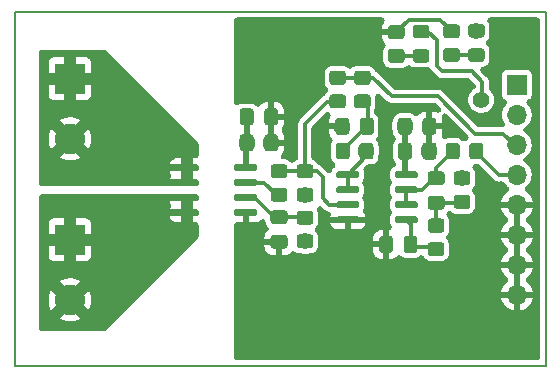
<source format=gtl>
G04 #@! TF.GenerationSoftware,KiCad,Pcbnew,(6.0.6)*
G04 #@! TF.CreationDate,2023-11-23T12:30:35+01:00*
G04 #@! TF.ProjectId,current-sensor-acs712,63757272-656e-4742-9d73-656e736f722d,rev?*
G04 #@! TF.SameCoordinates,Original*
G04 #@! TF.FileFunction,Copper,L1,Top*
G04 #@! TF.FilePolarity,Positive*
%FSLAX46Y46*%
G04 Gerber Fmt 4.6, Leading zero omitted, Abs format (unit mm)*
G04 Created by KiCad (PCBNEW (6.0.6)) date 2023-11-23 12:30:35*
%MOMM*%
%LPD*%
G01*
G04 APERTURE LIST*
G04 #@! TA.AperFunction,NonConductor*
%ADD10C,0.200000*%
G04 #@! TD*
G04 #@! TA.AperFunction,ComponentPad*
%ADD11R,2.600000X2.600000*%
G04 #@! TD*
G04 #@! TA.AperFunction,ComponentPad*
%ADD12C,2.600000*%
G04 #@! TD*
G04 #@! TA.AperFunction,ComponentPad*
%ADD13R,1.700000X1.700000*%
G04 #@! TD*
G04 #@! TA.AperFunction,ComponentPad*
%ADD14O,1.700000X1.700000*%
G04 #@! TD*
G04 #@! TA.AperFunction,ViaPad*
%ADD15C,1.400000*%
G04 #@! TD*
G04 #@! TA.AperFunction,Conductor*
%ADD16C,0.500000*%
G04 #@! TD*
G04 #@! TA.AperFunction,Conductor*
%ADD17C,0.300000*%
G04 #@! TD*
G04 #@! TA.AperFunction,Conductor*
%ADD18C,1.000000*%
G04 #@! TD*
G04 APERTURE END LIST*
D10*
X72510000Y-71080000D02*
X72510000Y-41080000D01*
X117510000Y-71080000D02*
X72510000Y-71080000D01*
X117510000Y-41080000D02*
X117510000Y-71080000D01*
X72510000Y-41080000D02*
X117510000Y-41080000D01*
G04 #@! TA.AperFunction,SMDPad,CuDef*
G36*
G01*
X108650000Y-61800000D02*
X107750000Y-61800000D01*
G75*
G02*
X107500000Y-61550000I0J250000D01*
G01*
X107500000Y-60850000D01*
G75*
G02*
X107750000Y-60600000I250000J0D01*
G01*
X108650000Y-60600000D01*
G75*
G02*
X108900000Y-60850000I0J-250000D01*
G01*
X108900000Y-61550000D01*
G75*
G02*
X108650000Y-61800000I-250000J0D01*
G01*
G37*
G04 #@! TD.AperFunction*
G04 #@! TA.AperFunction,SMDPad,CuDef*
G36*
G01*
X108650000Y-59800000D02*
X107750000Y-59800000D01*
G75*
G02*
X107500000Y-59550000I0J250000D01*
G01*
X107500000Y-58850000D01*
G75*
G02*
X107750000Y-58600000I250000J0D01*
G01*
X108650000Y-58600000D01*
G75*
G02*
X108900000Y-58850000I0J-250000D01*
G01*
X108900000Y-59550000D01*
G75*
G02*
X108650000Y-59800000I-250000J0D01*
G01*
G37*
G04 #@! TD.AperFunction*
G04 #@! TA.AperFunction,SMDPad,CuDef*
G36*
G01*
X95350000Y-57200000D02*
X94450000Y-57200000D01*
G75*
G02*
X94200000Y-56950000I0J250000D01*
G01*
X94200000Y-56250000D01*
G75*
G02*
X94450000Y-56000000I250000J0D01*
G01*
X95350000Y-56000000D01*
G75*
G02*
X95600000Y-56250000I0J-250000D01*
G01*
X95600000Y-56950000D01*
G75*
G02*
X95350000Y-57200000I-250000J0D01*
G01*
G37*
G04 #@! TD.AperFunction*
G04 #@! TA.AperFunction,SMDPad,CuDef*
G36*
G01*
X95350000Y-55200000D02*
X94450000Y-55200000D01*
G75*
G02*
X94200000Y-54950000I0J250000D01*
G01*
X94200000Y-54250000D01*
G75*
G02*
X94450000Y-54000000I250000J0D01*
G01*
X95350000Y-54000000D01*
G75*
G02*
X95600000Y-54250000I0J-250000D01*
G01*
X95600000Y-54950000D01*
G75*
G02*
X95350000Y-55200000I-250000J0D01*
G01*
G37*
G04 #@! TD.AperFunction*
G04 #@! TA.AperFunction,SMDPad,CuDef*
G36*
G01*
X106625000Y-60325000D02*
X106625000Y-61275000D01*
G75*
G02*
X106375000Y-61525000I-250000J0D01*
G01*
X105700000Y-61525000D01*
G75*
G02*
X105450000Y-61275000I0J250000D01*
G01*
X105450000Y-60325000D01*
G75*
G02*
X105700000Y-60075000I250000J0D01*
G01*
X106375000Y-60075000D01*
G75*
G02*
X106625000Y-60325000I0J-250000D01*
G01*
G37*
G04 #@! TD.AperFunction*
G04 #@! TA.AperFunction,SMDPad,CuDef*
G36*
G01*
X104550000Y-60325000D02*
X104550000Y-61275000D01*
G75*
G02*
X104300000Y-61525000I-250000J0D01*
G01*
X103625000Y-61525000D01*
G75*
G02*
X103375000Y-61275000I0J250000D01*
G01*
X103375000Y-60325000D01*
G75*
G02*
X103625000Y-60075000I250000J0D01*
G01*
X104300000Y-60075000D01*
G75*
G02*
X104550000Y-60325000I0J-250000D01*
G01*
G37*
G04 #@! TD.AperFunction*
D11*
X77200000Y-60400000D03*
D12*
X77200000Y-65480000D03*
G04 #@! TA.AperFunction,SMDPad,CuDef*
G36*
G01*
X86150000Y-54445000D02*
X86150000Y-54145000D01*
G75*
G02*
X86300000Y-53995000I150000J0D01*
G01*
X87950000Y-53995000D01*
G75*
G02*
X88100000Y-54145000I0J-150000D01*
G01*
X88100000Y-54445000D01*
G75*
G02*
X87950000Y-54595000I-150000J0D01*
G01*
X86300000Y-54595000D01*
G75*
G02*
X86150000Y-54445000I0J150000D01*
G01*
G37*
G04 #@! TD.AperFunction*
G04 #@! TA.AperFunction,SMDPad,CuDef*
G36*
G01*
X86150000Y-55715000D02*
X86150000Y-55415000D01*
G75*
G02*
X86300000Y-55265000I150000J0D01*
G01*
X87950000Y-55265000D01*
G75*
G02*
X88100000Y-55415000I0J-150000D01*
G01*
X88100000Y-55715000D01*
G75*
G02*
X87950000Y-55865000I-150000J0D01*
G01*
X86300000Y-55865000D01*
G75*
G02*
X86150000Y-55715000I0J150000D01*
G01*
G37*
G04 #@! TD.AperFunction*
G04 #@! TA.AperFunction,SMDPad,CuDef*
G36*
G01*
X86150000Y-56985000D02*
X86150000Y-56685000D01*
G75*
G02*
X86300000Y-56535000I150000J0D01*
G01*
X87950000Y-56535000D01*
G75*
G02*
X88100000Y-56685000I0J-150000D01*
G01*
X88100000Y-56985000D01*
G75*
G02*
X87950000Y-57135000I-150000J0D01*
G01*
X86300000Y-57135000D01*
G75*
G02*
X86150000Y-56985000I0J150000D01*
G01*
G37*
G04 #@! TD.AperFunction*
G04 #@! TA.AperFunction,SMDPad,CuDef*
G36*
G01*
X86150000Y-58255000D02*
X86150000Y-57955000D01*
G75*
G02*
X86300000Y-57805000I150000J0D01*
G01*
X87950000Y-57805000D01*
G75*
G02*
X88100000Y-57955000I0J-150000D01*
G01*
X88100000Y-58255000D01*
G75*
G02*
X87950000Y-58405000I-150000J0D01*
G01*
X86300000Y-58405000D01*
G75*
G02*
X86150000Y-58255000I0J150000D01*
G01*
G37*
G04 #@! TD.AperFunction*
G04 #@! TA.AperFunction,SMDPad,CuDef*
G36*
G01*
X91100000Y-58255000D02*
X91100000Y-57955000D01*
G75*
G02*
X91250000Y-57805000I150000J0D01*
G01*
X92900000Y-57805000D01*
G75*
G02*
X93050000Y-57955000I0J-150000D01*
G01*
X93050000Y-58255000D01*
G75*
G02*
X92900000Y-58405000I-150000J0D01*
G01*
X91250000Y-58405000D01*
G75*
G02*
X91100000Y-58255000I0J150000D01*
G01*
G37*
G04 #@! TD.AperFunction*
G04 #@! TA.AperFunction,SMDPad,CuDef*
G36*
G01*
X91100000Y-56985000D02*
X91100000Y-56685000D01*
G75*
G02*
X91250000Y-56535000I150000J0D01*
G01*
X92900000Y-56535000D01*
G75*
G02*
X93050000Y-56685000I0J-150000D01*
G01*
X93050000Y-56985000D01*
G75*
G02*
X92900000Y-57135000I-150000J0D01*
G01*
X91250000Y-57135000D01*
G75*
G02*
X91100000Y-56985000I0J150000D01*
G01*
G37*
G04 #@! TD.AperFunction*
G04 #@! TA.AperFunction,SMDPad,CuDef*
G36*
G01*
X91100000Y-55715000D02*
X91100000Y-55415000D01*
G75*
G02*
X91250000Y-55265000I150000J0D01*
G01*
X92900000Y-55265000D01*
G75*
G02*
X93050000Y-55415000I0J-150000D01*
G01*
X93050000Y-55715000D01*
G75*
G02*
X92900000Y-55865000I-150000J0D01*
G01*
X91250000Y-55865000D01*
G75*
G02*
X91100000Y-55715000I0J150000D01*
G01*
G37*
G04 #@! TD.AperFunction*
G04 #@! TA.AperFunction,SMDPad,CuDef*
G36*
G01*
X91100000Y-54445000D02*
X91100000Y-54145000D01*
G75*
G02*
X91250000Y-53995000I150000J0D01*
G01*
X92900000Y-53995000D01*
G75*
G02*
X93050000Y-54145000I0J-150000D01*
G01*
X93050000Y-54445000D01*
G75*
G02*
X92900000Y-54595000I-150000J0D01*
G01*
X91250000Y-54595000D01*
G75*
G02*
X91100000Y-54445000I0J150000D01*
G01*
G37*
G04 #@! TD.AperFunction*
G04 #@! TA.AperFunction,SMDPad,CuDef*
G36*
G01*
X109960000Y-45360000D02*
X109060000Y-45360000D01*
G75*
G02*
X108810000Y-45110000I0J250000D01*
G01*
X108810000Y-44410000D01*
G75*
G02*
X109060000Y-44160000I250000J0D01*
G01*
X109960000Y-44160000D01*
G75*
G02*
X110210000Y-44410000I0J-250000D01*
G01*
X110210000Y-45110000D01*
G75*
G02*
X109960000Y-45360000I-250000J0D01*
G01*
G37*
G04 #@! TD.AperFunction*
G04 #@! TA.AperFunction,SMDPad,CuDef*
G36*
G01*
X109960000Y-43360000D02*
X109060000Y-43360000D01*
G75*
G02*
X108810000Y-43110000I0J250000D01*
G01*
X108810000Y-42410000D01*
G75*
G02*
X109060000Y-42160000I250000J0D01*
G01*
X109960000Y-42160000D01*
G75*
G02*
X110210000Y-42410000I0J-250000D01*
G01*
X110210000Y-43110000D01*
G75*
G02*
X109960000Y-43360000I-250000J0D01*
G01*
G37*
G04 #@! TD.AperFunction*
G04 #@! TA.AperFunction,SMDPad,CuDef*
G36*
G01*
X104975000Y-51275000D02*
X104975000Y-50325000D01*
G75*
G02*
X105225000Y-50075000I250000J0D01*
G01*
X105900000Y-50075000D01*
G75*
G02*
X106150000Y-50325000I0J-250000D01*
G01*
X106150000Y-51275000D01*
G75*
G02*
X105900000Y-51525000I-250000J0D01*
G01*
X105225000Y-51525000D01*
G75*
G02*
X104975000Y-51275000I0J250000D01*
G01*
G37*
G04 #@! TD.AperFunction*
G04 #@! TA.AperFunction,SMDPad,CuDef*
G36*
G01*
X107050000Y-51275000D02*
X107050000Y-50325000D01*
G75*
G02*
X107300000Y-50075000I250000J0D01*
G01*
X107975000Y-50075000D01*
G75*
G02*
X108225000Y-50325000I0J-250000D01*
G01*
X108225000Y-51275000D01*
G75*
G02*
X107975000Y-51525000I-250000J0D01*
G01*
X107300000Y-51525000D01*
G75*
G02*
X107050000Y-51275000I0J250000D01*
G01*
G37*
G04 #@! TD.AperFunction*
G04 #@! TA.AperFunction,SMDPad,CuDef*
G36*
G01*
X96650000Y-57937500D02*
X97550000Y-57937500D01*
G75*
G02*
X97800000Y-58187500I0J-250000D01*
G01*
X97800000Y-58887500D01*
G75*
G02*
X97550000Y-59137500I-250000J0D01*
G01*
X96650000Y-59137500D01*
G75*
G02*
X96400000Y-58887500I0J250000D01*
G01*
X96400000Y-58187500D01*
G75*
G02*
X96650000Y-57937500I250000J0D01*
G01*
G37*
G04 #@! TD.AperFunction*
G04 #@! TA.AperFunction,SMDPad,CuDef*
G36*
G01*
X96650000Y-59937500D02*
X97550000Y-59937500D01*
G75*
G02*
X97800000Y-60187500I0J-250000D01*
G01*
X97800000Y-60887500D01*
G75*
G02*
X97550000Y-61137500I-250000J0D01*
G01*
X96650000Y-61137500D01*
G75*
G02*
X96400000Y-60887500I0J250000D01*
G01*
X96400000Y-60187500D01*
G75*
G02*
X96650000Y-59937500I250000J0D01*
G01*
G37*
G04 #@! TD.AperFunction*
G04 #@! TA.AperFunction,SMDPad,CuDef*
G36*
G01*
X96650000Y-54000000D02*
X97550000Y-54000000D01*
G75*
G02*
X97800000Y-54250000I0J-250000D01*
G01*
X97800000Y-54950000D01*
G75*
G02*
X97550000Y-55200000I-250000J0D01*
G01*
X96650000Y-55200000D01*
G75*
G02*
X96400000Y-54950000I0J250000D01*
G01*
X96400000Y-54250000D01*
G75*
G02*
X96650000Y-54000000I250000J0D01*
G01*
G37*
G04 #@! TD.AperFunction*
G04 #@! TA.AperFunction,SMDPad,CuDef*
G36*
G01*
X96650000Y-56000000D02*
X97550000Y-56000000D01*
G75*
G02*
X97800000Y-56250000I0J-250000D01*
G01*
X97800000Y-56950000D01*
G75*
G02*
X97550000Y-57200000I-250000J0D01*
G01*
X96650000Y-57200000D01*
G75*
G02*
X96400000Y-56950000I0J250000D01*
G01*
X96400000Y-56250000D01*
G75*
G02*
X96650000Y-56000000I250000J0D01*
G01*
G37*
G04 #@! TD.AperFunction*
G04 #@! TA.AperFunction,SMDPad,CuDef*
G36*
G01*
X108675000Y-57862500D02*
X107725000Y-57862500D01*
G75*
G02*
X107475000Y-57612500I0J250000D01*
G01*
X107475000Y-56937500D01*
G75*
G02*
X107725000Y-56687500I250000J0D01*
G01*
X108675000Y-56687500D01*
G75*
G02*
X108925000Y-56937500I0J-250000D01*
G01*
X108925000Y-57612500D01*
G75*
G02*
X108675000Y-57862500I-250000J0D01*
G01*
G37*
G04 #@! TD.AperFunction*
G04 #@! TA.AperFunction,SMDPad,CuDef*
G36*
G01*
X108675000Y-55787500D02*
X107725000Y-55787500D01*
G75*
G02*
X107475000Y-55537500I0J250000D01*
G01*
X107475000Y-54862500D01*
G75*
G02*
X107725000Y-54612500I250000J0D01*
G01*
X108675000Y-54612500D01*
G75*
G02*
X108925000Y-54862500I0J-250000D01*
G01*
X108925000Y-55537500D01*
G75*
G02*
X108675000Y-55787500I-250000J0D01*
G01*
G37*
G04 #@! TD.AperFunction*
G04 #@! TA.AperFunction,SMDPad,CuDef*
G36*
G01*
X105280000Y-45430000D02*
X104380000Y-45430000D01*
G75*
G02*
X104130000Y-45180000I0J250000D01*
G01*
X104130000Y-44480000D01*
G75*
G02*
X104380000Y-44230000I250000J0D01*
G01*
X105280000Y-44230000D01*
G75*
G02*
X105530000Y-44480000I0J-250000D01*
G01*
X105530000Y-45180000D01*
G75*
G02*
X105280000Y-45430000I-250000J0D01*
G01*
G37*
G04 #@! TD.AperFunction*
G04 #@! TA.AperFunction,SMDPad,CuDef*
G36*
G01*
X105280000Y-43430000D02*
X104380000Y-43430000D01*
G75*
G02*
X104130000Y-43180000I0J250000D01*
G01*
X104130000Y-42480000D01*
G75*
G02*
X104380000Y-42230000I250000J0D01*
G01*
X105280000Y-42230000D01*
G75*
G02*
X105530000Y-42480000I0J-250000D01*
G01*
X105530000Y-43180000D01*
G75*
G02*
X105280000Y-43430000I-250000J0D01*
G01*
G37*
G04 #@! TD.AperFunction*
D13*
X115040000Y-47280000D03*
D14*
X115040000Y-49820000D03*
X115040000Y-52360000D03*
X115040000Y-54900000D03*
X115040000Y-57440000D03*
X115040000Y-59980000D03*
X115040000Y-62520000D03*
X115040000Y-65060000D03*
D11*
X77200000Y-46760000D03*
D12*
X77200000Y-51840000D03*
G04 #@! TA.AperFunction,SMDPad,CuDef*
G36*
G01*
X110850000Y-57800000D02*
X109950000Y-57800000D01*
G75*
G02*
X109700000Y-57550000I0J250000D01*
G01*
X109700000Y-56850000D01*
G75*
G02*
X109950000Y-56600000I250000J0D01*
G01*
X110850000Y-56600000D01*
G75*
G02*
X111100000Y-56850000I0J-250000D01*
G01*
X111100000Y-57550000D01*
G75*
G02*
X110850000Y-57800000I-250000J0D01*
G01*
G37*
G04 #@! TD.AperFunction*
G04 #@! TA.AperFunction,SMDPad,CuDef*
G36*
G01*
X110850000Y-55800000D02*
X109950000Y-55800000D01*
G75*
G02*
X109700000Y-55550000I0J250000D01*
G01*
X109700000Y-54850000D01*
G75*
G02*
X109950000Y-54600000I250000J0D01*
G01*
X110850000Y-54600000D01*
G75*
G02*
X111100000Y-54850000I0J-250000D01*
G01*
X111100000Y-55550000D01*
G75*
G02*
X110850000Y-55800000I-250000J0D01*
G01*
G37*
G04 #@! TD.AperFunction*
G04 #@! TA.AperFunction,SMDPad,CuDef*
G36*
G01*
X102925000Y-50325000D02*
X102925000Y-51275000D01*
G75*
G02*
X102675000Y-51525000I-250000J0D01*
G01*
X102000000Y-51525000D01*
G75*
G02*
X101750000Y-51275000I0J250000D01*
G01*
X101750000Y-50325000D01*
G75*
G02*
X102000000Y-50075000I250000J0D01*
G01*
X102675000Y-50075000D01*
G75*
G02*
X102925000Y-50325000I0J-250000D01*
G01*
G37*
G04 #@! TD.AperFunction*
G04 #@! TA.AperFunction,SMDPad,CuDef*
G36*
G01*
X100850000Y-50325000D02*
X100850000Y-51275000D01*
G75*
G02*
X100600000Y-51525000I-250000J0D01*
G01*
X99925000Y-51525000D01*
G75*
G02*
X99675000Y-51275000I0J250000D01*
G01*
X99675000Y-50325000D01*
G75*
G02*
X99925000Y-50075000I250000J0D01*
G01*
X100600000Y-50075000D01*
G75*
G02*
X100850000Y-50325000I0J-250000D01*
G01*
G37*
G04 #@! TD.AperFunction*
G04 #@! TA.AperFunction,SMDPad,CuDef*
G36*
G01*
X112200000Y-52450000D02*
X112200000Y-53350000D01*
G75*
G02*
X111950000Y-53600000I-250000J0D01*
G01*
X111250000Y-53600000D01*
G75*
G02*
X111000000Y-53350000I0J250000D01*
G01*
X111000000Y-52450000D01*
G75*
G02*
X111250000Y-52200000I250000J0D01*
G01*
X111950000Y-52200000D01*
G75*
G02*
X112200000Y-52450000I0J-250000D01*
G01*
G37*
G04 #@! TD.AperFunction*
G04 #@! TA.AperFunction,SMDPad,CuDef*
G36*
G01*
X110200000Y-52450000D02*
X110200000Y-53350000D01*
G75*
G02*
X109950000Y-53600000I-250000J0D01*
G01*
X109250000Y-53600000D01*
G75*
G02*
X109000000Y-53350000I0J250000D01*
G01*
X109000000Y-52450000D01*
G75*
G02*
X109250000Y-52200000I250000J0D01*
G01*
X109950000Y-52200000D01*
G75*
G02*
X110200000Y-52450000I0J-250000D01*
G01*
G37*
G04 #@! TD.AperFunction*
G04 #@! TA.AperFunction,SMDPad,CuDef*
G36*
G01*
X101510000Y-46090000D02*
X102410000Y-46090000D01*
G75*
G02*
X102660000Y-46340000I0J-250000D01*
G01*
X102660000Y-47040000D01*
G75*
G02*
X102410000Y-47290000I-250000J0D01*
G01*
X101510000Y-47290000D01*
G75*
G02*
X101260000Y-47040000I0J250000D01*
G01*
X101260000Y-46340000D01*
G75*
G02*
X101510000Y-46090000I250000J0D01*
G01*
G37*
G04 #@! TD.AperFunction*
G04 #@! TA.AperFunction,SMDPad,CuDef*
G36*
G01*
X101510000Y-48090000D02*
X102410000Y-48090000D01*
G75*
G02*
X102660000Y-48340000I0J-250000D01*
G01*
X102660000Y-49040000D01*
G75*
G02*
X102410000Y-49290000I-250000J0D01*
G01*
X101510000Y-49290000D01*
G75*
G02*
X101260000Y-49040000I0J250000D01*
G01*
X101260000Y-48340000D01*
G75*
G02*
X101510000Y-48090000I250000J0D01*
G01*
G37*
G04 #@! TD.AperFunction*
G04 #@! TA.AperFunction,SMDPad,CuDef*
G36*
G01*
X91575000Y-52675000D02*
X91575000Y-51725000D01*
G75*
G02*
X91825000Y-51475000I250000J0D01*
G01*
X92500000Y-51475000D01*
G75*
G02*
X92750000Y-51725000I0J-250000D01*
G01*
X92750000Y-52675000D01*
G75*
G02*
X92500000Y-52925000I-250000J0D01*
G01*
X91825000Y-52925000D01*
G75*
G02*
X91575000Y-52675000I0J250000D01*
G01*
G37*
G04 #@! TD.AperFunction*
G04 #@! TA.AperFunction,SMDPad,CuDef*
G36*
G01*
X93650000Y-52675000D02*
X93650000Y-51725000D01*
G75*
G02*
X93900000Y-51475000I250000J0D01*
G01*
X94575000Y-51475000D01*
G75*
G02*
X94825000Y-51725000I0J-250000D01*
G01*
X94825000Y-52675000D01*
G75*
G02*
X94575000Y-52925000I-250000J0D01*
G01*
X93900000Y-52925000D01*
G75*
G02*
X93650000Y-52675000I0J250000D01*
G01*
G37*
G04 #@! TD.AperFunction*
G04 #@! TA.AperFunction,SMDPad,CuDef*
G36*
G01*
X107380000Y-45410000D02*
X106480000Y-45410000D01*
G75*
G02*
X106230000Y-45160000I0J250000D01*
G01*
X106230000Y-44510000D01*
G75*
G02*
X106480000Y-44260000I250000J0D01*
G01*
X107380000Y-44260000D01*
G75*
G02*
X107630000Y-44510000I0J-250000D01*
G01*
X107630000Y-45160000D01*
G75*
G02*
X107380000Y-45410000I-250000J0D01*
G01*
G37*
G04 #@! TD.AperFunction*
G04 #@! TA.AperFunction,SMDPad,CuDef*
G36*
G01*
X107380000Y-43360000D02*
X106480000Y-43360000D01*
G75*
G02*
X106230000Y-43110000I0J250000D01*
G01*
X106230000Y-42460000D01*
G75*
G02*
X106480000Y-42210000I250000J0D01*
G01*
X107380000Y-42210000D01*
G75*
G02*
X107630000Y-42460000I0J-250000D01*
G01*
X107630000Y-43110000D01*
G75*
G02*
X107380000Y-43360000I-250000J0D01*
G01*
G37*
G04 #@! TD.AperFunction*
G04 #@! TA.AperFunction,SMDPad,CuDef*
G36*
G01*
X94425000Y-57912500D02*
X95375000Y-57912500D01*
G75*
G02*
X95625000Y-58162500I0J-250000D01*
G01*
X95625000Y-58837500D01*
G75*
G02*
X95375000Y-59087500I-250000J0D01*
G01*
X94425000Y-59087500D01*
G75*
G02*
X94175000Y-58837500I0J250000D01*
G01*
X94175000Y-58162500D01*
G75*
G02*
X94425000Y-57912500I250000J0D01*
G01*
G37*
G04 #@! TD.AperFunction*
G04 #@! TA.AperFunction,SMDPad,CuDef*
G36*
G01*
X94425000Y-59987500D02*
X95375000Y-59987500D01*
G75*
G02*
X95625000Y-60237500I0J-250000D01*
G01*
X95625000Y-60912500D01*
G75*
G02*
X95375000Y-61162500I-250000J0D01*
G01*
X94425000Y-61162500D01*
G75*
G02*
X94175000Y-60912500I0J250000D01*
G01*
X94175000Y-60237500D01*
G75*
G02*
X94425000Y-59987500I250000J0D01*
G01*
G37*
G04 #@! TD.AperFunction*
G04 #@! TA.AperFunction,SMDPad,CuDef*
G36*
G01*
X99750000Y-55045000D02*
X99750000Y-54745000D01*
G75*
G02*
X99900000Y-54595000I150000J0D01*
G01*
X101550000Y-54595000D01*
G75*
G02*
X101700000Y-54745000I0J-150000D01*
G01*
X101700000Y-55045000D01*
G75*
G02*
X101550000Y-55195000I-150000J0D01*
G01*
X99900000Y-55195000D01*
G75*
G02*
X99750000Y-55045000I0J150000D01*
G01*
G37*
G04 #@! TD.AperFunction*
G04 #@! TA.AperFunction,SMDPad,CuDef*
G36*
G01*
X99750000Y-56315000D02*
X99750000Y-56015000D01*
G75*
G02*
X99900000Y-55865000I150000J0D01*
G01*
X101550000Y-55865000D01*
G75*
G02*
X101700000Y-56015000I0J-150000D01*
G01*
X101700000Y-56315000D01*
G75*
G02*
X101550000Y-56465000I-150000J0D01*
G01*
X99900000Y-56465000D01*
G75*
G02*
X99750000Y-56315000I0J150000D01*
G01*
G37*
G04 #@! TD.AperFunction*
G04 #@! TA.AperFunction,SMDPad,CuDef*
G36*
G01*
X99750000Y-57585000D02*
X99750000Y-57285000D01*
G75*
G02*
X99900000Y-57135000I150000J0D01*
G01*
X101550000Y-57135000D01*
G75*
G02*
X101700000Y-57285000I0J-150000D01*
G01*
X101700000Y-57585000D01*
G75*
G02*
X101550000Y-57735000I-150000J0D01*
G01*
X99900000Y-57735000D01*
G75*
G02*
X99750000Y-57585000I0J150000D01*
G01*
G37*
G04 #@! TD.AperFunction*
G04 #@! TA.AperFunction,SMDPad,CuDef*
G36*
G01*
X99750000Y-58855000D02*
X99750000Y-58555000D01*
G75*
G02*
X99900000Y-58405000I150000J0D01*
G01*
X101550000Y-58405000D01*
G75*
G02*
X101700000Y-58555000I0J-150000D01*
G01*
X101700000Y-58855000D01*
G75*
G02*
X101550000Y-59005000I-150000J0D01*
G01*
X99900000Y-59005000D01*
G75*
G02*
X99750000Y-58855000I0J150000D01*
G01*
G37*
G04 #@! TD.AperFunction*
G04 #@! TA.AperFunction,SMDPad,CuDef*
G36*
G01*
X104700000Y-58855000D02*
X104700000Y-58555000D01*
G75*
G02*
X104850000Y-58405000I150000J0D01*
G01*
X106500000Y-58405000D01*
G75*
G02*
X106650000Y-58555000I0J-150000D01*
G01*
X106650000Y-58855000D01*
G75*
G02*
X106500000Y-59005000I-150000J0D01*
G01*
X104850000Y-59005000D01*
G75*
G02*
X104700000Y-58855000I0J150000D01*
G01*
G37*
G04 #@! TD.AperFunction*
G04 #@! TA.AperFunction,SMDPad,CuDef*
G36*
G01*
X104700000Y-57585000D02*
X104700000Y-57285000D01*
G75*
G02*
X104850000Y-57135000I150000J0D01*
G01*
X106500000Y-57135000D01*
G75*
G02*
X106650000Y-57285000I0J-150000D01*
G01*
X106650000Y-57585000D01*
G75*
G02*
X106500000Y-57735000I-150000J0D01*
G01*
X104850000Y-57735000D01*
G75*
G02*
X104700000Y-57585000I0J150000D01*
G01*
G37*
G04 #@! TD.AperFunction*
G04 #@! TA.AperFunction,SMDPad,CuDef*
G36*
G01*
X104700000Y-56315000D02*
X104700000Y-56015000D01*
G75*
G02*
X104850000Y-55865000I150000J0D01*
G01*
X106500000Y-55865000D01*
G75*
G02*
X106650000Y-56015000I0J-150000D01*
G01*
X106650000Y-56315000D01*
G75*
G02*
X106500000Y-56465000I-150000J0D01*
G01*
X104850000Y-56465000D01*
G75*
G02*
X104700000Y-56315000I0J150000D01*
G01*
G37*
G04 #@! TD.AperFunction*
G04 #@! TA.AperFunction,SMDPad,CuDef*
G36*
G01*
X104700000Y-55045000D02*
X104700000Y-54745000D01*
G75*
G02*
X104850000Y-54595000I150000J0D01*
G01*
X106500000Y-54595000D01*
G75*
G02*
X106650000Y-54745000I0J-150000D01*
G01*
X106650000Y-55045000D01*
G75*
G02*
X106500000Y-55195000I-150000J0D01*
G01*
X104850000Y-55195000D01*
G75*
G02*
X104700000Y-55045000I0J150000D01*
G01*
G37*
G04 #@! TD.AperFunction*
G04 #@! TA.AperFunction,SMDPad,CuDef*
G36*
G01*
X104975000Y-53375000D02*
X104975000Y-52425000D01*
G75*
G02*
X105225000Y-52175000I250000J0D01*
G01*
X105900000Y-52175000D01*
G75*
G02*
X106150000Y-52425000I0J-250000D01*
G01*
X106150000Y-53375000D01*
G75*
G02*
X105900000Y-53625000I-250000J0D01*
G01*
X105225000Y-53625000D01*
G75*
G02*
X104975000Y-53375000I0J250000D01*
G01*
G37*
G04 #@! TD.AperFunction*
G04 #@! TA.AperFunction,SMDPad,CuDef*
G36*
G01*
X107050000Y-53375000D02*
X107050000Y-52425000D01*
G75*
G02*
X107300000Y-52175000I250000J0D01*
G01*
X107975000Y-52175000D01*
G75*
G02*
X108225000Y-52425000I0J-250000D01*
G01*
X108225000Y-53375000D01*
G75*
G02*
X107975000Y-53625000I-250000J0D01*
G01*
X107300000Y-53625000D01*
G75*
G02*
X107050000Y-53375000I0J250000D01*
G01*
G37*
G04 #@! TD.AperFunction*
G04 #@! TA.AperFunction,SMDPad,CuDef*
G36*
G01*
X99700000Y-53350000D02*
X99700000Y-52450000D01*
G75*
G02*
X99950000Y-52200000I250000J0D01*
G01*
X100650000Y-52200000D01*
G75*
G02*
X100900000Y-52450000I0J-250000D01*
G01*
X100900000Y-53350000D01*
G75*
G02*
X100650000Y-53600000I-250000J0D01*
G01*
X99950000Y-53600000D01*
G75*
G02*
X99700000Y-53350000I0J250000D01*
G01*
G37*
G04 #@! TD.AperFunction*
G04 #@! TA.AperFunction,SMDPad,CuDef*
G36*
G01*
X101700000Y-53350000D02*
X101700000Y-52450000D01*
G75*
G02*
X101950000Y-52200000I250000J0D01*
G01*
X102650000Y-52200000D01*
G75*
G02*
X102900000Y-52450000I0J-250000D01*
G01*
X102900000Y-53350000D01*
G75*
G02*
X102650000Y-53600000I-250000J0D01*
G01*
X101950000Y-53600000D01*
G75*
G02*
X101700000Y-53350000I0J250000D01*
G01*
G37*
G04 #@! TD.AperFunction*
G04 #@! TA.AperFunction,SMDPad,CuDef*
G36*
G01*
X99410000Y-46090000D02*
X100310000Y-46090000D01*
G75*
G02*
X100560000Y-46340000I0J-250000D01*
G01*
X100560000Y-47040000D01*
G75*
G02*
X100310000Y-47290000I-250000J0D01*
G01*
X99410000Y-47290000D01*
G75*
G02*
X99160000Y-47040000I0J250000D01*
G01*
X99160000Y-46340000D01*
G75*
G02*
X99410000Y-46090000I250000J0D01*
G01*
G37*
G04 #@! TD.AperFunction*
G04 #@! TA.AperFunction,SMDPad,CuDef*
G36*
G01*
X99410000Y-48090000D02*
X100310000Y-48090000D01*
G75*
G02*
X100560000Y-48340000I0J-250000D01*
G01*
X100560000Y-49040000D01*
G75*
G02*
X100310000Y-49290000I-250000J0D01*
G01*
X99410000Y-49290000D01*
G75*
G02*
X99160000Y-49040000I0J250000D01*
G01*
X99160000Y-48340000D01*
G75*
G02*
X99410000Y-48090000I250000J0D01*
G01*
G37*
G04 #@! TD.AperFunction*
G04 #@! TA.AperFunction,SMDPad,CuDef*
G36*
G01*
X91575000Y-50475000D02*
X91575000Y-49525000D01*
G75*
G02*
X91825000Y-49275000I250000J0D01*
G01*
X92500000Y-49275000D01*
G75*
G02*
X92750000Y-49525000I0J-250000D01*
G01*
X92750000Y-50475000D01*
G75*
G02*
X92500000Y-50725000I-250000J0D01*
G01*
X91825000Y-50725000D01*
G75*
G02*
X91575000Y-50475000I0J250000D01*
G01*
G37*
G04 #@! TD.AperFunction*
G04 #@! TA.AperFunction,SMDPad,CuDef*
G36*
G01*
X93650000Y-50475000D02*
X93650000Y-49525000D01*
G75*
G02*
X93900000Y-49275000I250000J0D01*
G01*
X94575000Y-49275000D01*
G75*
G02*
X94825000Y-49525000I0J-250000D01*
G01*
X94825000Y-50475000D01*
G75*
G02*
X94575000Y-50725000I-250000J0D01*
G01*
X93900000Y-50725000D01*
G75*
G02*
X93650000Y-50475000I0J250000D01*
G01*
G37*
G04 #@! TD.AperFunction*
G04 #@! TA.AperFunction,SMDPad,CuDef*
G36*
G01*
X112070000Y-45340000D02*
X111170000Y-45340000D01*
G75*
G02*
X110920000Y-45090000I0J250000D01*
G01*
X110920000Y-44440000D01*
G75*
G02*
X111170000Y-44190000I250000J0D01*
G01*
X112070000Y-44190000D01*
G75*
G02*
X112320000Y-44440000I0J-250000D01*
G01*
X112320000Y-45090000D01*
G75*
G02*
X112070000Y-45340000I-250000J0D01*
G01*
G37*
G04 #@! TD.AperFunction*
G04 #@! TA.AperFunction,SMDPad,CuDef*
G36*
G01*
X112070000Y-43290000D02*
X111170000Y-43290000D01*
G75*
G02*
X110920000Y-43040000I0J250000D01*
G01*
X110920000Y-42390000D01*
G75*
G02*
X111170000Y-42140000I250000J0D01*
G01*
X112070000Y-42140000D01*
G75*
G02*
X112320000Y-42390000I0J-250000D01*
G01*
X112320000Y-43040000D01*
G75*
G02*
X112070000Y-43290000I-250000J0D01*
G01*
G37*
G04 #@! TD.AperFunction*
D15*
X92162500Y-52200000D03*
X97100000Y-60500000D03*
X111610000Y-42750000D03*
X107575000Y-52900000D03*
X100650000Y-60900000D03*
X94250000Y-52175000D03*
X100250000Y-50825000D03*
X92525000Y-60575000D03*
X97100000Y-56600000D03*
X112020000Y-48550000D03*
X105562500Y-50800000D03*
X83790000Y-54830000D03*
X83780000Y-51630000D03*
X83780000Y-53230000D03*
X83790000Y-57550000D03*
X83790000Y-59150000D03*
X83790000Y-60750000D03*
X110400000Y-55200000D03*
X102300000Y-52900000D03*
D16*
X92075000Y-52287500D02*
X92162500Y-52200000D01*
X92075000Y-54295000D02*
X92075000Y-52287500D01*
X92162500Y-52200000D02*
X92162500Y-50000000D01*
D17*
X105900000Y-41760000D02*
X104830000Y-42830000D01*
X108510000Y-41760000D02*
X105900000Y-41760000D01*
X109510000Y-42760000D02*
X108510000Y-41760000D01*
X92835000Y-56835000D02*
X94500000Y-58500000D01*
X94500000Y-58500000D02*
X94900000Y-58500000D01*
X94900000Y-58500000D02*
X97062500Y-58500000D01*
X97062500Y-58500000D02*
X97100000Y-58537500D01*
X92075000Y-56835000D02*
X92835000Y-56835000D01*
X111220000Y-46150000D02*
X112110000Y-47040000D01*
X108710000Y-46150000D02*
X111220000Y-46150000D01*
X106930000Y-42785000D02*
X107535000Y-42785000D01*
X108260000Y-45700000D02*
X108710000Y-46150000D01*
D16*
X105562500Y-52900000D02*
X105562500Y-54782500D01*
X105562500Y-54782500D02*
X105675000Y-54895000D01*
X105562500Y-50800000D02*
X105562500Y-52900000D01*
D17*
X107535000Y-42785000D02*
X108260000Y-43510000D01*
X112110000Y-48460000D02*
X112020000Y-48550000D01*
X112110000Y-47040000D02*
X112110000Y-48460000D01*
X108260000Y-43510000D02*
X108260000Y-45700000D01*
X108000000Y-61000000D02*
X108200000Y-61200000D01*
X106037500Y-59067500D02*
X105675000Y-58705000D01*
X106237500Y-61000000D02*
X108000000Y-61000000D01*
X106037500Y-60800000D02*
X106037500Y-59067500D01*
X106037500Y-60800000D02*
X106237500Y-61000000D01*
X110325000Y-57275000D02*
X110400000Y-57200000D01*
X108200000Y-59200000D02*
X108200000Y-57275000D01*
X108200000Y-57275000D02*
X110325000Y-57275000D01*
X108200000Y-55200000D02*
X108200000Y-54300000D01*
X105675000Y-57435000D02*
X105675000Y-56165000D01*
X105675000Y-56165000D02*
X107035000Y-56165000D01*
X107035000Y-56165000D02*
X108000000Y-55200000D01*
X108000000Y-55200000D02*
X108200000Y-55200000D01*
X108200000Y-54300000D02*
X109600000Y-52900000D01*
X102400000Y-48700000D02*
X102400000Y-50737500D01*
X102400000Y-50737500D02*
X102337500Y-50800000D01*
X100300000Y-52837500D02*
X102337500Y-50800000D01*
X100300000Y-52900000D02*
X100300000Y-52837500D01*
X106930000Y-44835000D02*
X104835000Y-44835000D01*
X104835000Y-44835000D02*
X104830000Y-44830000D01*
X109515000Y-44765000D02*
X109510000Y-44760000D01*
X111620000Y-44765000D02*
X109515000Y-44765000D01*
D18*
X87125000Y-54295000D02*
X87125000Y-53135000D01*
X87125000Y-54295000D02*
X87125000Y-55230000D01*
X87125000Y-58105000D02*
X87125000Y-57145000D01*
X87125000Y-58105000D02*
X87130000Y-58110000D01*
X87125000Y-57145000D02*
X87130000Y-57140000D01*
X87130000Y-58110000D02*
X87130000Y-59450000D01*
D17*
X114850000Y-52380000D02*
X115200000Y-52380000D01*
X113890000Y-51420000D02*
X114850000Y-52380000D01*
X104430000Y-48240000D02*
X108340000Y-48240000D01*
X101960000Y-46690000D02*
X102880000Y-46690000D01*
X102880000Y-46690000D02*
X104430000Y-48240000D01*
X101950000Y-46700000D02*
X101960000Y-46690000D01*
X111520000Y-51420000D02*
X113890000Y-51420000D01*
X100300000Y-46700000D02*
X101950000Y-46700000D01*
X108340000Y-48240000D02*
X111520000Y-51420000D01*
X111600000Y-53000000D02*
X113520000Y-54920000D01*
X111600000Y-52900000D02*
X111600000Y-53000000D01*
X113520000Y-54920000D02*
X115200000Y-54920000D01*
X92075000Y-55565000D02*
X93665000Y-55565000D01*
X93665000Y-55565000D02*
X94700000Y-56600000D01*
X94700000Y-56600000D02*
X94900000Y-56600000D01*
X98600000Y-56900000D02*
X99135000Y-57435000D01*
X98600000Y-55100000D02*
X98600000Y-56900000D01*
X97100000Y-54600000D02*
X98100000Y-54600000D01*
X97100000Y-50600000D02*
X97100000Y-54600000D01*
X94900000Y-54600000D02*
X97100000Y-54600000D01*
X100300000Y-48700000D02*
X99000000Y-48700000D01*
X99135000Y-57435000D02*
X100725000Y-57435000D01*
X99000000Y-48700000D02*
X97100000Y-50600000D01*
X98100000Y-54600000D02*
X98600000Y-55100000D01*
X102300000Y-53320000D02*
X100725000Y-54895000D01*
X102300000Y-52900000D02*
X102300000Y-53320000D01*
X100725000Y-56165000D02*
X100725000Y-54895000D01*
G04 #@! TA.AperFunction,Conductor*
G36*
X85623225Y-56528946D02*
G01*
X85623434Y-56527478D01*
X85676286Y-56535000D01*
X87172000Y-56535000D01*
X87268819Y-56554258D01*
X87350898Y-56609102D01*
X87405742Y-56691181D01*
X87425000Y-56788000D01*
X87425000Y-58888081D01*
X87429134Y-58908865D01*
X87449918Y-58912999D01*
X87842000Y-58912999D01*
X87938819Y-58932257D01*
X88020898Y-58987101D01*
X88075742Y-59069180D01*
X88095000Y-59165999D01*
X88095000Y-60105204D01*
X88075742Y-60202023D01*
X88020898Y-60284102D01*
X80269102Y-68035898D01*
X80187023Y-68090742D01*
X80090204Y-68110000D01*
X74848000Y-68110000D01*
X74751181Y-68090742D01*
X74669102Y-68035898D01*
X74614258Y-67953819D01*
X74595000Y-67857000D01*
X74595000Y-67066398D01*
X76337869Y-67066398D01*
X76338859Y-67067880D01*
X76348908Y-67075282D01*
X76468737Y-67138326D01*
X76485896Y-67145787D01*
X76721889Y-67228199D01*
X76739960Y-67233041D01*
X76985526Y-67279663D01*
X77004141Y-67281784D01*
X77253892Y-67291597D01*
X77272611Y-67290944D01*
X77521079Y-67263731D01*
X77539475Y-67260322D01*
X77781209Y-67196679D01*
X77798899Y-67190587D01*
X78028553Y-67091921D01*
X78045171Y-67083270D01*
X78048491Y-67081215D01*
X78063990Y-67066762D01*
X78061777Y-67060842D01*
X78059326Y-67057747D01*
X77217618Y-66216038D01*
X77200000Y-66204266D01*
X77182381Y-66216039D01*
X76349642Y-67048779D01*
X76337869Y-67066398D01*
X74595000Y-67066398D01*
X74595000Y-65441909D01*
X75388001Y-65441909D01*
X75399994Y-65691590D01*
X75402274Y-65710155D01*
X75451040Y-65955318D01*
X75456043Y-65973357D01*
X75540507Y-66208610D01*
X75548121Y-66225711D01*
X75601948Y-66325888D01*
X75615426Y-66342238D01*
X75617678Y-66341550D01*
X75626839Y-66334740D01*
X76463962Y-65497618D01*
X76475734Y-65480000D01*
X77924266Y-65480000D01*
X77936039Y-65497619D01*
X78771896Y-66333475D01*
X78789515Y-66345248D01*
X78794193Y-66342122D01*
X78797217Y-66336552D01*
X78899871Y-66108668D01*
X78906277Y-66091069D01*
X78974125Y-65850500D01*
X78977856Y-65832157D01*
X79009783Y-65581197D01*
X79010751Y-65568532D01*
X79012904Y-65486350D01*
X79012599Y-65473665D01*
X78993851Y-65221380D01*
X78991081Y-65202847D01*
X78935919Y-64959066D01*
X78930445Y-64941162D01*
X78839855Y-64708209D01*
X78831788Y-64691297D01*
X78798814Y-64633604D01*
X78784913Y-64617612D01*
X78781065Y-64618899D01*
X78774529Y-64623892D01*
X77936038Y-65462382D01*
X77924266Y-65480000D01*
X76475734Y-65480000D01*
X76463961Y-65462381D01*
X75630078Y-64628499D01*
X75612459Y-64616726D01*
X75607673Y-64619924D01*
X75604576Y-64623871D01*
X75589415Y-64648855D01*
X75580912Y-64665541D01*
X75484254Y-64896044D01*
X75478312Y-64913804D01*
X75416785Y-65156068D01*
X75413534Y-65174504D01*
X75388491Y-65423203D01*
X75388001Y-65441909D01*
X74595000Y-65441909D01*
X74595000Y-63892244D01*
X76334960Y-63892244D01*
X76344840Y-63906419D01*
X77182382Y-64743962D01*
X77200000Y-64755734D01*
X77217619Y-64743961D01*
X78051397Y-63910182D01*
X78063170Y-63892563D01*
X78063129Y-63892502D01*
X78050408Y-63883387D01*
X77887611Y-63803105D01*
X77870245Y-63796088D01*
X77632200Y-63719889D01*
X77613981Y-63715515D01*
X77367280Y-63675337D01*
X77348635Y-63673706D01*
X77098703Y-63670435D01*
X77080014Y-63671578D01*
X76832342Y-63705284D01*
X76814035Y-63709175D01*
X76574059Y-63779122D01*
X76556528Y-63785677D01*
X76351620Y-63880139D01*
X76334960Y-63892244D01*
X74595000Y-63892244D01*
X74595000Y-61741245D01*
X75392001Y-61741245D01*
X75392740Y-61754888D01*
X75397035Y-61794436D01*
X75404318Y-61825064D01*
X75443501Y-61929585D01*
X75460637Y-61960885D01*
X75526285Y-62048479D01*
X75551521Y-62073715D01*
X75639115Y-62139363D01*
X75670415Y-62156499D01*
X75774936Y-62195682D01*
X75805566Y-62202966D01*
X75845095Y-62207260D01*
X75858764Y-62208000D01*
X76667082Y-62208000D01*
X76687866Y-62203866D01*
X76692000Y-62183082D01*
X76692000Y-62183081D01*
X77708000Y-62183081D01*
X77712134Y-62203865D01*
X77732918Y-62207999D01*
X78541245Y-62207999D01*
X78554888Y-62207260D01*
X78594436Y-62202965D01*
X78625064Y-62195682D01*
X78729585Y-62156499D01*
X78760885Y-62139363D01*
X78848479Y-62073715D01*
X78873715Y-62048479D01*
X78939363Y-61960885D01*
X78956499Y-61929585D01*
X78995682Y-61825064D01*
X79002966Y-61794434D01*
X79007260Y-61754905D01*
X79008000Y-61741236D01*
X79008000Y-60932918D01*
X79003866Y-60912134D01*
X78983082Y-60908000D01*
X77732918Y-60908000D01*
X77712134Y-60912134D01*
X77708000Y-60932918D01*
X77708000Y-62183081D01*
X76692000Y-62183081D01*
X76692000Y-60932918D01*
X76687866Y-60912134D01*
X76667082Y-60908000D01*
X75416919Y-60908000D01*
X75396135Y-60912134D01*
X75392001Y-60932918D01*
X75392001Y-61741245D01*
X74595000Y-61741245D01*
X74595000Y-59867082D01*
X75392000Y-59867082D01*
X75396134Y-59887866D01*
X75416918Y-59892000D01*
X76667082Y-59892000D01*
X76687866Y-59887866D01*
X76692000Y-59867082D01*
X77708000Y-59867082D01*
X77712134Y-59887866D01*
X77732918Y-59892000D01*
X78983081Y-59892000D01*
X79003865Y-59887866D01*
X79007999Y-59867082D01*
X79007999Y-59058755D01*
X79007260Y-59045112D01*
X79002965Y-59005564D01*
X78995682Y-58974936D01*
X78956499Y-58870415D01*
X78939363Y-58839115D01*
X78873715Y-58751521D01*
X78848479Y-58726285D01*
X78760885Y-58660637D01*
X78729585Y-58643501D01*
X78625064Y-58604318D01*
X78594434Y-58597034D01*
X78554905Y-58592740D01*
X78541236Y-58592000D01*
X77732918Y-58592000D01*
X77712134Y-58596134D01*
X77708000Y-58616918D01*
X77708000Y-59867082D01*
X76692000Y-59867082D01*
X76692000Y-58616919D01*
X76687866Y-58596135D01*
X76667082Y-58592001D01*
X75858755Y-58592001D01*
X75845112Y-58592740D01*
X75805564Y-58597035D01*
X75774936Y-58604318D01*
X75670415Y-58643501D01*
X75639115Y-58660637D01*
X75551521Y-58726285D01*
X75526285Y-58751521D01*
X75460637Y-58839115D01*
X75443501Y-58870415D01*
X75404318Y-58974936D01*
X75397034Y-59005566D01*
X75392740Y-59045095D01*
X75392000Y-59058764D01*
X75392000Y-59867082D01*
X74595000Y-59867082D01*
X74595000Y-58412053D01*
X85661926Y-58412053D01*
X85663370Y-58422204D01*
X85686876Y-58503110D01*
X85699423Y-58532106D01*
X85767841Y-58647795D01*
X85787201Y-58672754D01*
X85882246Y-58767799D01*
X85907205Y-58787159D01*
X86022899Y-58855579D01*
X86051884Y-58868122D01*
X86183830Y-58906457D01*
X86209141Y-58911080D01*
X86228584Y-58912610D01*
X86238515Y-58913000D01*
X86800082Y-58913000D01*
X86820866Y-58908866D01*
X86825000Y-58888082D01*
X86825000Y-58429918D01*
X86820866Y-58409134D01*
X86800082Y-58405000D01*
X85683290Y-58405000D01*
X85662506Y-58409134D01*
X85661926Y-58412053D01*
X74595000Y-58412053D01*
X74595000Y-57142053D01*
X85661926Y-57142053D01*
X85663370Y-57152204D01*
X85686876Y-57233110D01*
X85699421Y-57262100D01*
X85746208Y-57341214D01*
X85778915Y-57434354D01*
X85773490Y-57532921D01*
X85746208Y-57598786D01*
X85699421Y-57677900D01*
X85686876Y-57706890D01*
X85665324Y-57781072D01*
X85663495Y-57802184D01*
X85666135Y-57803555D01*
X85676287Y-57805000D01*
X86800082Y-57805000D01*
X86820866Y-57800866D01*
X86825000Y-57780082D01*
X86825000Y-57159918D01*
X86820866Y-57139134D01*
X86800082Y-57135000D01*
X85683290Y-57135000D01*
X85662506Y-57139134D01*
X85661926Y-57142053D01*
X74595000Y-57142053D01*
X74595000Y-56773000D01*
X74614258Y-56676181D01*
X74669102Y-56594102D01*
X74751181Y-56539258D01*
X74848000Y-56520000D01*
X85578249Y-56520000D01*
X85623225Y-56528946D01*
G37*
G04 #@! TD.AperFunction*
G04 #@! TA.AperFunction,Conductor*
G36*
X80192023Y-44319258D02*
G01*
X80274102Y-44374102D01*
X88025898Y-52125898D01*
X88080742Y-52207977D01*
X88100000Y-52304796D01*
X88100000Y-53234000D01*
X88080742Y-53330819D01*
X88025898Y-53412898D01*
X87943819Y-53467742D01*
X87847000Y-53487000D01*
X87449918Y-53487000D01*
X87429134Y-53491134D01*
X87425000Y-53511918D01*
X87425000Y-55612000D01*
X87405742Y-55708819D01*
X87350898Y-55790898D01*
X87268819Y-55845742D01*
X87197137Y-55860000D01*
X74853000Y-55860000D01*
X74756181Y-55840742D01*
X74674102Y-55785898D01*
X74619258Y-55703819D01*
X74600000Y-55607000D01*
X74600000Y-54602053D01*
X85661926Y-54602053D01*
X85663370Y-54612204D01*
X85686876Y-54693110D01*
X85699421Y-54722100D01*
X85746208Y-54801214D01*
X85778915Y-54894354D01*
X85773490Y-54992921D01*
X85746208Y-55058786D01*
X85699421Y-55137900D01*
X85686876Y-55166890D01*
X85665324Y-55241072D01*
X85663495Y-55262184D01*
X85666135Y-55263555D01*
X85676287Y-55265000D01*
X86800082Y-55265000D01*
X86820866Y-55260866D01*
X86825000Y-55240082D01*
X86825000Y-54619918D01*
X86820866Y-54599134D01*
X86800082Y-54595000D01*
X85683290Y-54595000D01*
X85662506Y-54599134D01*
X85661926Y-54602053D01*
X74600000Y-54602053D01*
X74600000Y-53992184D01*
X85663495Y-53992184D01*
X85666135Y-53993555D01*
X85676287Y-53995000D01*
X86800082Y-53995000D01*
X86820866Y-53990866D01*
X86825000Y-53970082D01*
X86825000Y-53511919D01*
X86820866Y-53491135D01*
X86800082Y-53487001D01*
X86238502Y-53487001D01*
X86228604Y-53487390D01*
X86209138Y-53488921D01*
X86183831Y-53493543D01*
X86051884Y-53531878D01*
X86022899Y-53544421D01*
X85907205Y-53612841D01*
X85882246Y-53632201D01*
X85787201Y-53727246D01*
X85767841Y-53752205D01*
X85699423Y-53867894D01*
X85686876Y-53896890D01*
X85665324Y-53971072D01*
X85663495Y-53992184D01*
X74600000Y-53992184D01*
X74600000Y-53426398D01*
X76337869Y-53426398D01*
X76338859Y-53427880D01*
X76348908Y-53435282D01*
X76468737Y-53498326D01*
X76485896Y-53505787D01*
X76721889Y-53588199D01*
X76739960Y-53593041D01*
X76985526Y-53639663D01*
X77004141Y-53641784D01*
X77253892Y-53651597D01*
X77272611Y-53650944D01*
X77521079Y-53623731D01*
X77539475Y-53620322D01*
X77781209Y-53556679D01*
X77798899Y-53550587D01*
X78028553Y-53451921D01*
X78045171Y-53443270D01*
X78048491Y-53441215D01*
X78063990Y-53426762D01*
X78061777Y-53420842D01*
X78059326Y-53417747D01*
X77217618Y-52576038D01*
X77200000Y-52564266D01*
X77182381Y-52576039D01*
X76349642Y-53408779D01*
X76337869Y-53426398D01*
X74600000Y-53426398D01*
X74600000Y-51801909D01*
X75388001Y-51801909D01*
X75399994Y-52051590D01*
X75402274Y-52070155D01*
X75451040Y-52315318D01*
X75456043Y-52333357D01*
X75540507Y-52568610D01*
X75548121Y-52585711D01*
X75601948Y-52685888D01*
X75615426Y-52702238D01*
X75617678Y-52701550D01*
X75626839Y-52694740D01*
X76463962Y-51857618D01*
X76475734Y-51840000D01*
X77924266Y-51840000D01*
X77936039Y-51857619D01*
X78771896Y-52693475D01*
X78789515Y-52705248D01*
X78794193Y-52702122D01*
X78797217Y-52696552D01*
X78899871Y-52468668D01*
X78906277Y-52451069D01*
X78974125Y-52210500D01*
X78977856Y-52192157D01*
X79009783Y-51941197D01*
X79010751Y-51928532D01*
X79012904Y-51846350D01*
X79012599Y-51833665D01*
X78993851Y-51581380D01*
X78991081Y-51562847D01*
X78935919Y-51319066D01*
X78930445Y-51301162D01*
X78839855Y-51068209D01*
X78831788Y-51051297D01*
X78798814Y-50993604D01*
X78784913Y-50977612D01*
X78781065Y-50978899D01*
X78774529Y-50983892D01*
X77936038Y-51822382D01*
X77924266Y-51840000D01*
X76475734Y-51840000D01*
X76463961Y-51822381D01*
X75630078Y-50988499D01*
X75612459Y-50976726D01*
X75607673Y-50979924D01*
X75604576Y-50983871D01*
X75589415Y-51008855D01*
X75580912Y-51025541D01*
X75484254Y-51256044D01*
X75478312Y-51273804D01*
X75416785Y-51516068D01*
X75413534Y-51534504D01*
X75388491Y-51783203D01*
X75388001Y-51801909D01*
X74600000Y-51801909D01*
X74600000Y-50252244D01*
X76334960Y-50252244D01*
X76344840Y-50266419D01*
X77182382Y-51103962D01*
X77200000Y-51115734D01*
X77217619Y-51103961D01*
X78051397Y-50270182D01*
X78063170Y-50252563D01*
X78063129Y-50252502D01*
X78050408Y-50243387D01*
X77887611Y-50163105D01*
X77870245Y-50156088D01*
X77632200Y-50079889D01*
X77613981Y-50075515D01*
X77367280Y-50035337D01*
X77348635Y-50033706D01*
X77098703Y-50030435D01*
X77080014Y-50031578D01*
X76832342Y-50065284D01*
X76814035Y-50069175D01*
X76574059Y-50139122D01*
X76556528Y-50145677D01*
X76351620Y-50240139D01*
X76334960Y-50252244D01*
X74600000Y-50252244D01*
X74600000Y-48101245D01*
X75392001Y-48101245D01*
X75392740Y-48114888D01*
X75397035Y-48154436D01*
X75404318Y-48185064D01*
X75443501Y-48289585D01*
X75460637Y-48320885D01*
X75526285Y-48408479D01*
X75551521Y-48433715D01*
X75639115Y-48499363D01*
X75670415Y-48516499D01*
X75774936Y-48555682D01*
X75805566Y-48562966D01*
X75845095Y-48567260D01*
X75858764Y-48568000D01*
X76667082Y-48568000D01*
X76687866Y-48563866D01*
X76692000Y-48543082D01*
X76692000Y-48543081D01*
X77708000Y-48543081D01*
X77712134Y-48563865D01*
X77732918Y-48567999D01*
X78541245Y-48567999D01*
X78554888Y-48567260D01*
X78594436Y-48562965D01*
X78625064Y-48555682D01*
X78729585Y-48516499D01*
X78760885Y-48499363D01*
X78848479Y-48433715D01*
X78873715Y-48408479D01*
X78939363Y-48320885D01*
X78956499Y-48289585D01*
X78995682Y-48185064D01*
X79002966Y-48154434D01*
X79007260Y-48114905D01*
X79008000Y-48101236D01*
X79008000Y-47292918D01*
X79003866Y-47272134D01*
X78983082Y-47268000D01*
X77732918Y-47268000D01*
X77712134Y-47272134D01*
X77708000Y-47292918D01*
X77708000Y-48543081D01*
X76692000Y-48543081D01*
X76692000Y-47292918D01*
X76687866Y-47272134D01*
X76667082Y-47268000D01*
X75416919Y-47268000D01*
X75396135Y-47272134D01*
X75392001Y-47292918D01*
X75392001Y-48101245D01*
X74600000Y-48101245D01*
X74600000Y-46227082D01*
X75392000Y-46227082D01*
X75396134Y-46247866D01*
X75416918Y-46252000D01*
X76667082Y-46252000D01*
X76687866Y-46247866D01*
X76692000Y-46227082D01*
X77708000Y-46227082D01*
X77712134Y-46247866D01*
X77732918Y-46252000D01*
X78983081Y-46252000D01*
X79003865Y-46247866D01*
X79007999Y-46227082D01*
X79007999Y-45418755D01*
X79007260Y-45405112D01*
X79002965Y-45365564D01*
X78995682Y-45334936D01*
X78956499Y-45230415D01*
X78939363Y-45199115D01*
X78873715Y-45111521D01*
X78848479Y-45086285D01*
X78760885Y-45020637D01*
X78729585Y-45003501D01*
X78625064Y-44964318D01*
X78594434Y-44957034D01*
X78554905Y-44952740D01*
X78541236Y-44952000D01*
X77732918Y-44952000D01*
X77712134Y-44956134D01*
X77708000Y-44976918D01*
X77708000Y-46227082D01*
X76692000Y-46227082D01*
X76692000Y-44976919D01*
X76687866Y-44956135D01*
X76667082Y-44952001D01*
X75858755Y-44952001D01*
X75845112Y-44952740D01*
X75805564Y-44957035D01*
X75774936Y-44964318D01*
X75670415Y-45003501D01*
X75639115Y-45020637D01*
X75551521Y-45086285D01*
X75526285Y-45111521D01*
X75460637Y-45199115D01*
X75443501Y-45230415D01*
X75404318Y-45334936D01*
X75397034Y-45365566D01*
X75392740Y-45405095D01*
X75392000Y-45418764D01*
X75392000Y-46227082D01*
X74600000Y-46227082D01*
X74600000Y-44553000D01*
X74619258Y-44456181D01*
X74674102Y-44374102D01*
X74756181Y-44319258D01*
X74853000Y-44300000D01*
X80095204Y-44300000D01*
X80192023Y-44319258D01*
G37*
G04 #@! TD.AperFunction*
G04 #@! TA.AperFunction,Conductor*
G36*
X103694722Y-41599758D02*
G01*
X103776801Y-41654602D01*
X103831645Y-41736681D01*
X103850903Y-41833500D01*
X103831645Y-41930319D01*
X103796453Y-41990302D01*
X103773377Y-42019522D01*
X103696054Y-42144964D01*
X103683716Y-42171423D01*
X103637047Y-42312124D01*
X103631287Y-42338991D01*
X103622659Y-42423207D01*
X103622000Y-42436096D01*
X103622000Y-42551082D01*
X103626134Y-42571866D01*
X103646918Y-42576000D01*
X104831000Y-42576000D01*
X104927819Y-42595258D01*
X105009898Y-42650102D01*
X105064742Y-42732181D01*
X105084000Y-42829000D01*
X105084000Y-42831000D01*
X105064742Y-42927819D01*
X105009898Y-43009898D01*
X104927819Y-43064742D01*
X104831000Y-43084000D01*
X103646919Y-43084000D01*
X103626135Y-43088134D01*
X103622001Y-43108918D01*
X103622001Y-43223821D01*
X103622676Y-43236869D01*
X103631539Y-43322291D01*
X103637350Y-43349198D01*
X103684253Y-43489786D01*
X103696641Y-43516232D01*
X103774184Y-43641538D01*
X103792318Y-43664418D01*
X103855836Y-43727826D01*
X103910751Y-43809858D01*
X103930093Y-43906660D01*
X103910918Y-44003495D01*
X103877003Y-44061944D01*
X103873175Y-44066879D01*
X103861919Y-44078135D01*
X103778256Y-44219602D01*
X103773815Y-44234888D01*
X103747630Y-44325018D01*
X103732402Y-44377431D01*
X103729500Y-44414306D01*
X103729500Y-45245694D01*
X103732402Y-45282569D01*
X103736007Y-45294979D01*
X103736008Y-45294982D01*
X103757919Y-45370398D01*
X103778256Y-45440398D01*
X103861919Y-45581865D01*
X103978135Y-45698081D01*
X103991833Y-45706182D01*
X104069805Y-45752294D01*
X104119602Y-45781744D01*
X104134888Y-45786185D01*
X104265018Y-45823992D01*
X104265021Y-45823993D01*
X104277431Y-45827598D01*
X104295769Y-45829041D01*
X104309347Y-45830110D01*
X104309354Y-45830110D01*
X104314306Y-45830500D01*
X105345694Y-45830500D01*
X105350646Y-45830110D01*
X105350653Y-45830110D01*
X105364231Y-45829041D01*
X105382569Y-45827598D01*
X105394979Y-45823993D01*
X105394982Y-45823992D01*
X105525112Y-45786185D01*
X105540398Y-45781744D01*
X105590196Y-45752294D01*
X105668167Y-45706182D01*
X105681865Y-45698081D01*
X105711102Y-45668844D01*
X105793181Y-45614000D01*
X105890000Y-45594742D01*
X105986819Y-45614000D01*
X106053269Y-45658401D01*
X106054302Y-45657070D01*
X106066882Y-45666828D01*
X106078135Y-45678081D01*
X106091833Y-45686182D01*
X106193586Y-45746358D01*
X106219602Y-45761744D01*
X106234888Y-45766185D01*
X106365018Y-45803992D01*
X106365021Y-45803993D01*
X106377431Y-45807598D01*
X106395769Y-45809041D01*
X106409347Y-45810110D01*
X106409354Y-45810110D01*
X106414306Y-45810500D01*
X107445694Y-45810500D01*
X107450646Y-45810110D01*
X107450653Y-45810110D01*
X107461856Y-45809228D01*
X107482569Y-45807598D01*
X107492984Y-45804572D01*
X107590602Y-45806107D01*
X107681198Y-45845313D01*
X107749895Y-45916204D01*
X107759072Y-45931587D01*
X107759327Y-45932051D01*
X107769796Y-45953426D01*
X107784695Y-45987855D01*
X107795549Y-46001259D01*
X107801328Y-46010802D01*
X107807507Y-46019691D01*
X107813893Y-46031308D01*
X107820897Y-46039422D01*
X107840731Y-46059256D01*
X107858443Y-46078927D01*
X107879614Y-46105070D01*
X107893669Y-46115059D01*
X107904276Y-46125019D01*
X107918587Y-46137112D01*
X108170138Y-46388662D01*
X108308232Y-46526756D01*
X108315566Y-46534403D01*
X108355799Y-46578156D01*
X108370454Y-46587243D01*
X108370456Y-46587244D01*
X108387693Y-46597931D01*
X108407324Y-46611422D01*
X108437217Y-46634112D01*
X108453256Y-46640462D01*
X108461109Y-46644887D01*
X108469327Y-46648546D01*
X108483986Y-46657635D01*
X108520026Y-46668106D01*
X108542565Y-46675823D01*
X108561417Y-46683287D01*
X108561419Y-46683287D01*
X108577453Y-46689636D01*
X108594601Y-46691439D01*
X108605424Y-46694097D01*
X108616097Y-46696017D01*
X108628825Y-46699715D01*
X108639515Y-46700500D01*
X108667565Y-46700500D01*
X108694009Y-46701886D01*
X108727454Y-46705401D01*
X108744458Y-46702525D01*
X108759007Y-46702068D01*
X108777675Y-46700500D01*
X110887179Y-46700500D01*
X110983998Y-46719758D01*
X111066077Y-46774602D01*
X111485398Y-47193922D01*
X111540241Y-47276001D01*
X111559500Y-47372820D01*
X111559500Y-47399472D01*
X111540242Y-47496291D01*
X111485398Y-47578370D01*
X111435857Y-47616902D01*
X111370371Y-47655862D01*
X111361651Y-47663510D01*
X111361650Y-47663510D01*
X111268600Y-47745113D01*
X111218305Y-47789220D01*
X111093089Y-47948057D01*
X111087692Y-47958315D01*
X111008441Y-48108946D01*
X110998914Y-48127053D01*
X110995475Y-48138129D01*
X110995474Y-48138131D01*
X110953191Y-48274306D01*
X110938937Y-48320213D01*
X110915164Y-48521069D01*
X110922744Y-48636714D01*
X110926513Y-48694218D01*
X110928392Y-48722894D01*
X110978178Y-48918928D01*
X110983032Y-48929457D01*
X110983033Y-48929460D01*
X111058000Y-49092075D01*
X111058003Y-49092080D01*
X111062856Y-49102607D01*
X111179588Y-49267780D01*
X111324466Y-49408913D01*
X111334107Y-49415355D01*
X111334112Y-49415359D01*
X111391084Y-49453426D01*
X111492637Y-49521282D01*
X111678470Y-49601122D01*
X111689779Y-49603681D01*
X111864430Y-49643201D01*
X111864432Y-49643201D01*
X111875740Y-49645760D01*
X111990371Y-49650264D01*
X112066255Y-49653245D01*
X112066257Y-49653245D01*
X112077842Y-49653700D01*
X112217366Y-49633470D01*
X112266531Y-49626342D01*
X112266532Y-49626342D01*
X112278007Y-49624678D01*
X112469531Y-49559664D01*
X112646001Y-49460837D01*
X112708433Y-49408913D01*
X112792593Y-49338917D01*
X112801505Y-49331505D01*
X112930837Y-49176001D01*
X113029664Y-48999531D01*
X113094678Y-48808007D01*
X113100528Y-48767659D01*
X113122631Y-48615218D01*
X113122632Y-48615210D01*
X113123700Y-48607842D01*
X113124621Y-48572674D01*
X113125020Y-48557458D01*
X113125020Y-48557452D01*
X113125215Y-48550000D01*
X113106708Y-48348591D01*
X113085403Y-48273047D01*
X113054957Y-48165095D01*
X113051807Y-48153926D01*
X112962351Y-47972527D01*
X112951739Y-47958315D01*
X112875026Y-47855585D01*
X112841335Y-47810467D01*
X112741763Y-47718424D01*
X112683740Y-47638563D01*
X112660695Y-47542574D01*
X112660500Y-47532641D01*
X112660500Y-47057662D01*
X112660722Y-47047067D01*
X112662488Y-47004939D01*
X112662488Y-47004937D01*
X112663210Y-46987706D01*
X112654641Y-46951172D01*
X112650298Y-46927740D01*
X112647547Y-46907658D01*
X112645206Y-46890568D01*
X112638354Y-46874735D01*
X112635931Y-46866056D01*
X112632706Y-46857654D01*
X112628768Y-46840864D01*
X112610689Y-46807979D01*
X112600204Y-46786574D01*
X112592156Y-46767976D01*
X112592155Y-46767974D01*
X112585305Y-46752145D01*
X112574451Y-46738741D01*
X112568672Y-46729198D01*
X112562493Y-46720309D01*
X112556107Y-46708692D01*
X112549103Y-46700578D01*
X112529269Y-46680744D01*
X112511557Y-46661073D01*
X112490386Y-46634930D01*
X112476331Y-46624942D01*
X112465723Y-46614980D01*
X112451408Y-46602883D01*
X112016666Y-46168141D01*
X111961822Y-46086062D01*
X111942564Y-45989243D01*
X111961822Y-45892424D01*
X112016666Y-45810345D01*
X112098745Y-45755501D01*
X112150112Y-45740359D01*
X112159674Y-45738613D01*
X112172569Y-45737598D01*
X112330398Y-45691744D01*
X112471865Y-45608081D01*
X112588081Y-45491865D01*
X112624111Y-45430942D01*
X112663642Y-45364098D01*
X112663642Y-45364097D01*
X112671744Y-45350398D01*
X112717598Y-45192569D01*
X112720500Y-45155694D01*
X112720500Y-44374306D01*
X112717598Y-44337431D01*
X112671744Y-44179602D01*
X112588081Y-44038135D01*
X112471865Y-43921919D01*
X112474182Y-43919602D01*
X112427110Y-43865361D01*
X112395864Y-43771720D01*
X112402832Y-43673251D01*
X112446952Y-43584943D01*
X112472840Y-43559056D01*
X112471865Y-43558081D01*
X112588081Y-43441865D01*
X112671744Y-43300398D01*
X112697261Y-43212569D01*
X112713992Y-43154982D01*
X112713993Y-43154979D01*
X112717598Y-43142569D01*
X112720500Y-43105694D01*
X112720500Y-42324306D01*
X112717598Y-42287431D01*
X112671744Y-42129602D01*
X112588081Y-41988135D01*
X112583272Y-41983326D01*
X112541766Y-41900261D01*
X112534794Y-41801792D01*
X112566035Y-41708150D01*
X112630732Y-41633592D01*
X112719038Y-41589467D01*
X112785799Y-41580500D01*
X116746500Y-41580500D01*
X116843319Y-41599758D01*
X116925398Y-41654602D01*
X116980242Y-41736681D01*
X116999500Y-41833500D01*
X116999500Y-70316500D01*
X116980242Y-70413319D01*
X116925398Y-70495398D01*
X116843319Y-70550242D01*
X116746500Y-70569500D01*
X91353000Y-70569500D01*
X91256181Y-70550242D01*
X91174102Y-70495398D01*
X91119258Y-70413319D01*
X91100000Y-70316500D01*
X91100000Y-65324943D01*
X113707890Y-65324943D01*
X113708196Y-65327694D01*
X113737418Y-65457359D01*
X113743608Y-65477110D01*
X113819808Y-65664772D01*
X113829138Y-65683241D01*
X113934965Y-65855936D01*
X113947190Y-65872639D01*
X114079802Y-66025730D01*
X114094594Y-66040215D01*
X114250424Y-66169588D01*
X114267378Y-66181459D01*
X114442258Y-66283651D01*
X114460912Y-66292588D01*
X114650135Y-66364845D01*
X114670003Y-66370617D01*
X114761580Y-66389249D01*
X114782774Y-66389341D01*
X114785982Y-66381690D01*
X114786000Y-66381512D01*
X114786000Y-66371714D01*
X115294000Y-66371714D01*
X115298134Y-66392498D01*
X115309157Y-66394690D01*
X115313015Y-66394196D01*
X115333255Y-66389894D01*
X115527253Y-66331691D01*
X115546525Y-66324139D01*
X115728413Y-66235033D01*
X115746190Y-66224436D01*
X115911079Y-66106822D01*
X115926896Y-66093456D01*
X116070361Y-65950490D01*
X116083769Y-65934735D01*
X116201963Y-65770250D01*
X116212622Y-65752511D01*
X116302363Y-65570935D01*
X116309982Y-65551692D01*
X116368861Y-65357901D01*
X116373079Y-65338392D01*
X116371713Y-65317559D01*
X116361228Y-65314000D01*
X115318918Y-65314000D01*
X115298134Y-65318134D01*
X115294000Y-65338918D01*
X115294000Y-66371714D01*
X114786000Y-66371714D01*
X114786000Y-65338918D01*
X114781866Y-65318134D01*
X114761082Y-65314000D01*
X113730028Y-65314000D01*
X113709244Y-65318134D01*
X113707890Y-65324943D01*
X91100000Y-65324943D01*
X91100000Y-64792092D01*
X113704969Y-64792092D01*
X113705889Y-64802329D01*
X113717633Y-64806000D01*
X114761082Y-64806000D01*
X114781866Y-64801866D01*
X114786000Y-64781082D01*
X115294000Y-64781082D01*
X115298134Y-64801866D01*
X115318918Y-64806000D01*
X116351541Y-64806000D01*
X116372325Y-64801866D01*
X116373370Y-64796611D01*
X116372662Y-64790882D01*
X116332485Y-64630936D01*
X116325813Y-64611338D01*
X116245053Y-64425601D01*
X116235272Y-64407359D01*
X116125259Y-64237304D01*
X116112624Y-64220898D01*
X115976322Y-64071105D01*
X115961177Y-64056981D01*
X115875734Y-63989502D01*
X115811689Y-63914382D01*
X115781266Y-63820471D01*
X115789097Y-63722066D01*
X115833989Y-63634149D01*
X115885621Y-63584981D01*
X115911080Y-63566822D01*
X115926896Y-63553456D01*
X116070361Y-63410490D01*
X116083769Y-63394735D01*
X116201963Y-63230250D01*
X116212622Y-63212511D01*
X116302363Y-63030935D01*
X116309982Y-63011692D01*
X116368861Y-62817901D01*
X116373079Y-62798392D01*
X116371713Y-62777559D01*
X116361228Y-62774000D01*
X115318918Y-62774000D01*
X115298134Y-62778134D01*
X115294000Y-62798918D01*
X115294000Y-64781082D01*
X114786000Y-64781082D01*
X114786000Y-62798918D01*
X114781866Y-62778134D01*
X114761082Y-62774000D01*
X113730028Y-62774000D01*
X113709244Y-62778134D01*
X113707890Y-62784943D01*
X113708196Y-62787694D01*
X113737418Y-62917359D01*
X113743608Y-62937110D01*
X113819808Y-63124772D01*
X113829138Y-63143241D01*
X113934965Y-63315936D01*
X113947190Y-63332639D01*
X114079802Y-63485730D01*
X114094587Y-63500208D01*
X114209495Y-63595606D01*
X114271686Y-63672269D01*
X114299805Y-63766895D01*
X114289573Y-63865078D01*
X114242546Y-63951873D01*
X114199793Y-63992585D01*
X114143608Y-64034770D01*
X114128122Y-64048519D01*
X113988192Y-64194948D01*
X113975168Y-64211031D01*
X113861030Y-64378351D01*
X113850807Y-64396347D01*
X113765532Y-64580057D01*
X113758383Y-64599487D01*
X113704969Y-64792092D01*
X91100000Y-64792092D01*
X91100000Y-62252092D01*
X113704969Y-62252092D01*
X113705889Y-62262329D01*
X113717633Y-62266000D01*
X114761082Y-62266000D01*
X114781866Y-62261866D01*
X114786000Y-62241082D01*
X115294000Y-62241082D01*
X115298134Y-62261866D01*
X115318918Y-62266000D01*
X116351541Y-62266000D01*
X116372325Y-62261866D01*
X116373370Y-62256611D01*
X116372662Y-62250882D01*
X116332485Y-62090936D01*
X116325813Y-62071337D01*
X116245053Y-61885601D01*
X116235272Y-61867359D01*
X116125259Y-61697304D01*
X116112624Y-61680898D01*
X115976322Y-61531105D01*
X115961177Y-61516981D01*
X115875734Y-61449502D01*
X115811689Y-61374382D01*
X115781266Y-61280471D01*
X115789097Y-61182066D01*
X115833989Y-61094149D01*
X115885621Y-61044981D01*
X115911080Y-61026822D01*
X115926896Y-61013456D01*
X116070361Y-60870490D01*
X116083769Y-60854735D01*
X116201963Y-60690250D01*
X116212622Y-60672511D01*
X116302363Y-60490935D01*
X116309982Y-60471692D01*
X116368861Y-60277901D01*
X116373079Y-60258392D01*
X116371713Y-60237559D01*
X116361228Y-60234000D01*
X115318918Y-60234000D01*
X115298134Y-60238134D01*
X115294000Y-60258918D01*
X115294000Y-62241082D01*
X114786000Y-62241082D01*
X114786000Y-60258918D01*
X114781866Y-60238134D01*
X114761082Y-60234000D01*
X113730028Y-60234000D01*
X113709244Y-60238134D01*
X113707890Y-60244943D01*
X113708196Y-60247694D01*
X113737418Y-60377359D01*
X113743608Y-60397110D01*
X113819808Y-60584772D01*
X113829138Y-60603241D01*
X113934965Y-60775936D01*
X113947190Y-60792639D01*
X114079802Y-60945730D01*
X114094587Y-60960208D01*
X114209495Y-61055606D01*
X114271686Y-61132269D01*
X114299805Y-61226895D01*
X114289573Y-61325078D01*
X114242546Y-61411873D01*
X114199793Y-61452585D01*
X114143608Y-61494770D01*
X114128122Y-61508519D01*
X113988192Y-61654948D01*
X113975168Y-61671031D01*
X113861030Y-61838351D01*
X113850807Y-61856347D01*
X113765532Y-62040057D01*
X113758383Y-62059487D01*
X113704969Y-62252092D01*
X91100000Y-62252092D01*
X91100000Y-60956321D01*
X93667001Y-60956321D01*
X93667676Y-60969369D01*
X93676539Y-61054791D01*
X93682350Y-61081698D01*
X93729253Y-61222286D01*
X93741641Y-61248732D01*
X93819184Y-61374038D01*
X93837318Y-61396918D01*
X93941607Y-61501026D01*
X93964522Y-61519123D01*
X94089964Y-61596446D01*
X94116423Y-61608784D01*
X94257124Y-61655453D01*
X94283991Y-61661213D01*
X94368207Y-61669841D01*
X94381096Y-61670500D01*
X94621082Y-61670500D01*
X94641866Y-61666366D01*
X94646000Y-61645582D01*
X94646000Y-60853918D01*
X94641866Y-60833134D01*
X94621082Y-60829000D01*
X93691919Y-60829000D01*
X93671135Y-60833134D01*
X93667001Y-60853918D01*
X93667001Y-60956321D01*
X91100000Y-60956321D01*
X91100000Y-59166000D01*
X91119258Y-59069181D01*
X91174102Y-58987102D01*
X91256181Y-58932258D01*
X91353000Y-58913000D01*
X91796082Y-58913000D01*
X91816866Y-58908866D01*
X91821000Y-58888082D01*
X91821000Y-58104000D01*
X91840258Y-58007181D01*
X91895102Y-57925102D01*
X91977181Y-57870258D01*
X92074000Y-57851000D01*
X92076000Y-57851000D01*
X92172819Y-57870258D01*
X92254898Y-57925102D01*
X92309742Y-58007181D01*
X92329000Y-58104000D01*
X92329000Y-58888081D01*
X92333134Y-58908865D01*
X92353918Y-58912999D01*
X92961498Y-58912999D01*
X92971396Y-58912610D01*
X92990862Y-58911079D01*
X93016169Y-58906457D01*
X93148116Y-58868122D01*
X93177101Y-58855579D01*
X93292795Y-58787159D01*
X93317754Y-58767799D01*
X93343307Y-58742246D01*
X93425386Y-58687402D01*
X93522205Y-58668144D01*
X93619024Y-58687402D01*
X93701103Y-58742246D01*
X93755947Y-58824325D01*
X93773280Y-58903290D01*
X93774500Y-58903194D01*
X93777402Y-58940069D01*
X93781007Y-58952479D01*
X93781008Y-58952482D01*
X93809485Y-59050500D01*
X93823256Y-59097898D01*
X93831358Y-59111597D01*
X93831358Y-59111598D01*
X93863531Y-59166000D01*
X93906919Y-59239365D01*
X93950071Y-59282517D01*
X94004915Y-59364596D01*
X94024173Y-59461415D01*
X94004915Y-59558234D01*
X93950226Y-59640158D01*
X93836474Y-59754107D01*
X93818377Y-59777022D01*
X93741054Y-59902464D01*
X93728716Y-59928923D01*
X93682047Y-60069624D01*
X93676287Y-60096491D01*
X93667659Y-60180707D01*
X93667000Y-60193596D01*
X93667000Y-60296082D01*
X93671134Y-60316866D01*
X93691918Y-60321000D01*
X94901000Y-60321000D01*
X94997819Y-60340258D01*
X95079898Y-60395102D01*
X95134742Y-60477181D01*
X95154000Y-60574000D01*
X95154000Y-61645581D01*
X95158134Y-61666365D01*
X95178918Y-61670499D01*
X95418821Y-61670499D01*
X95431869Y-61669824D01*
X95517291Y-61660961D01*
X95544198Y-61655150D01*
X95684786Y-61608247D01*
X95711232Y-61595859D01*
X95836538Y-61518316D01*
X95859418Y-61500182D01*
X95925980Y-61433504D01*
X96008012Y-61378589D01*
X96104814Y-61359246D01*
X96201650Y-61378420D01*
X96247689Y-61405135D01*
X96248135Y-61405581D01*
X96261837Y-61413685D01*
X96261838Y-61413685D01*
X96322402Y-61449502D01*
X96389602Y-61489244D01*
X96417156Y-61497249D01*
X96535018Y-61531492D01*
X96535021Y-61531493D01*
X96547431Y-61535098D01*
X96565769Y-61536541D01*
X96579347Y-61537610D01*
X96579354Y-61537610D01*
X96584306Y-61538000D01*
X96681447Y-61538000D01*
X96755071Y-61549662D01*
X96758470Y-61551122D01*
X96769776Y-61553680D01*
X96769775Y-61553680D01*
X96944430Y-61593201D01*
X96944432Y-61593201D01*
X96955740Y-61595760D01*
X97070371Y-61600264D01*
X97146255Y-61603245D01*
X97146257Y-61603245D01*
X97157842Y-61603700D01*
X97297366Y-61583470D01*
X97346531Y-61576342D01*
X97346532Y-61576342D01*
X97358007Y-61574678D01*
X97376084Y-61568542D01*
X97426503Y-61551427D01*
X97507827Y-61538000D01*
X97615694Y-61538000D01*
X97620646Y-61537610D01*
X97620653Y-61537610D01*
X97634231Y-61536541D01*
X97652569Y-61535098D01*
X97664979Y-61531493D01*
X97664982Y-61531492D01*
X97782844Y-61497249D01*
X97810398Y-61489244D01*
X97951865Y-61405581D01*
X98038625Y-61318821D01*
X102867001Y-61318821D01*
X102867676Y-61331869D01*
X102876539Y-61417291D01*
X102882350Y-61444198D01*
X102929253Y-61584786D01*
X102941641Y-61611232D01*
X103019184Y-61736538D01*
X103037318Y-61759418D01*
X103141607Y-61863526D01*
X103164522Y-61881623D01*
X103289964Y-61958946D01*
X103316423Y-61971284D01*
X103457124Y-62017953D01*
X103483991Y-62023713D01*
X103568207Y-62032341D01*
X103581096Y-62033000D01*
X103683582Y-62033000D01*
X103704366Y-62028866D01*
X103708500Y-62008082D01*
X103708500Y-61078918D01*
X103704366Y-61058134D01*
X103683582Y-61054000D01*
X102891919Y-61054000D01*
X102871135Y-61058134D01*
X102867001Y-61078918D01*
X102867001Y-61318821D01*
X98038625Y-61318821D01*
X98068081Y-61289365D01*
X98151744Y-61147898D01*
X98178558Y-61055606D01*
X98193992Y-61002482D01*
X98193993Y-61002479D01*
X98197598Y-60990069D01*
X98200500Y-60953194D01*
X98200500Y-60598160D01*
X98202338Y-60572678D01*
X98201997Y-60572649D01*
X98202631Y-60565216D01*
X98203700Y-60557842D01*
X98204663Y-60521082D01*
X102867000Y-60521082D01*
X102871134Y-60541866D01*
X102891918Y-60546000D01*
X103683582Y-60546000D01*
X103704366Y-60541866D01*
X103708500Y-60521082D01*
X103708500Y-59591919D01*
X103704366Y-59571135D01*
X103683582Y-59567001D01*
X103581179Y-59567001D01*
X103568131Y-59567676D01*
X103482709Y-59576539D01*
X103455802Y-59582350D01*
X103315214Y-59629253D01*
X103288768Y-59641641D01*
X103163462Y-59719184D01*
X103140582Y-59737318D01*
X103036474Y-59841607D01*
X103018377Y-59864522D01*
X102941054Y-59989964D01*
X102928716Y-60016423D01*
X102882047Y-60157124D01*
X102876287Y-60183991D01*
X102867659Y-60268207D01*
X102867000Y-60281096D01*
X102867000Y-60521082D01*
X98204663Y-60521082D01*
X98205215Y-60500000D01*
X98201561Y-60460234D01*
X98200500Y-60437084D01*
X98200500Y-60121806D01*
X98197598Y-60084931D01*
X98177695Y-60016423D01*
X98156185Y-59942388D01*
X98151744Y-59927102D01*
X98114735Y-59864522D01*
X98076182Y-59799333D01*
X98068081Y-59785635D01*
X97998844Y-59716398D01*
X97944000Y-59634319D01*
X97924742Y-59537500D01*
X97944000Y-59440681D01*
X97998844Y-59358602D01*
X98068081Y-59289365D01*
X98151744Y-59147898D01*
X98162290Y-59111598D01*
X98193992Y-59002482D01*
X98193993Y-59002479D01*
X98197598Y-58990069D01*
X98199488Y-58966054D01*
X99248560Y-58966054D01*
X99250005Y-58976202D01*
X99286878Y-59103116D01*
X99299421Y-59132101D01*
X99367841Y-59247795D01*
X99387201Y-59272754D01*
X99482246Y-59367799D01*
X99507205Y-59387159D01*
X99622899Y-59455579D01*
X99651884Y-59468122D01*
X99783830Y-59506457D01*
X99809141Y-59511080D01*
X99828584Y-59512610D01*
X99838515Y-59513000D01*
X100446082Y-59513000D01*
X100466866Y-59508866D01*
X100471000Y-59488082D01*
X100471000Y-59488081D01*
X100979000Y-59488081D01*
X100983134Y-59508865D01*
X101003918Y-59512999D01*
X101611498Y-59512999D01*
X101621396Y-59512610D01*
X101640862Y-59511079D01*
X101666169Y-59506457D01*
X101798116Y-59468122D01*
X101827101Y-59455579D01*
X101942795Y-59387159D01*
X101967754Y-59367799D01*
X102062799Y-59272754D01*
X102082159Y-59247795D01*
X102150579Y-59132101D01*
X102163122Y-59103116D01*
X102198041Y-58982927D01*
X102199870Y-58961816D01*
X102197229Y-58960445D01*
X102187079Y-58959000D01*
X101003918Y-58959000D01*
X100983134Y-58963134D01*
X100979000Y-58983918D01*
X100979000Y-59488081D01*
X100471000Y-59488081D01*
X100471000Y-58983918D01*
X100466866Y-58963134D01*
X100446082Y-58959000D01*
X99269925Y-58959000D01*
X99249141Y-58963134D01*
X99248560Y-58966054D01*
X98199488Y-58966054D01*
X98199718Y-58963134D01*
X98200110Y-58958153D01*
X98200110Y-58958146D01*
X98200500Y-58953194D01*
X98200500Y-58121806D01*
X98197598Y-58084931D01*
X98193937Y-58072328D01*
X98156185Y-57942388D01*
X98151744Y-57927102D01*
X98143643Y-57913403D01*
X98143054Y-57912043D01*
X98122278Y-57815538D01*
X98140015Y-57718429D01*
X98193563Y-57635499D01*
X98274771Y-57579374D01*
X98371276Y-57558598D01*
X98468385Y-57576335D01*
X98554145Y-57632669D01*
X98733232Y-57811756D01*
X98740567Y-57819404D01*
X98768505Y-57849786D01*
X98780799Y-57863156D01*
X98795452Y-57872241D01*
X98795459Y-57872247D01*
X98812693Y-57882932D01*
X98832337Y-57896432D01*
X98862216Y-57919112D01*
X98878256Y-57925463D01*
X98886104Y-57929885D01*
X98894326Y-57933546D01*
X98908986Y-57942635D01*
X98925546Y-57947446D01*
X98925550Y-57947448D01*
X98945022Y-57953105D01*
X98967572Y-57960825D01*
X98986415Y-57968286D01*
X98986420Y-57968287D01*
X99002453Y-57974635D01*
X99019608Y-57976438D01*
X99030448Y-57979100D01*
X99041091Y-57981015D01*
X99053825Y-57984715D01*
X99064515Y-57985500D01*
X99066015Y-57985500D01*
X99080103Y-57988035D01*
X99079714Y-57990199D01*
X99157214Y-58011620D01*
X99235055Y-58072328D01*
X99283739Y-58158204D01*
X99295853Y-58256174D01*
X99286487Y-58308227D01*
X99251959Y-58427073D01*
X99250130Y-58448184D01*
X99252771Y-58449555D01*
X99262921Y-58451000D01*
X102180075Y-58451000D01*
X102200859Y-58446866D01*
X102201440Y-58443946D01*
X102199995Y-58433798D01*
X102163122Y-58306884D01*
X102150579Y-58277899D01*
X102082159Y-58162205D01*
X102056440Y-58129048D01*
X102012317Y-58040743D01*
X102005345Y-57942273D01*
X102032651Y-57859709D01*
X102034113Y-57857783D01*
X102089636Y-57717547D01*
X102097499Y-57652569D01*
X102099585Y-57635336D01*
X102099585Y-57635330D01*
X102100500Y-57627772D01*
X102100500Y-57242228D01*
X102089636Y-57152453D01*
X102034113Y-57012217D01*
X102023687Y-56998481D01*
X102023685Y-56998478D01*
X101989138Y-56952965D01*
X101945941Y-56864202D01*
X101940000Y-56765665D01*
X101972219Y-56672356D01*
X101989138Y-56647035D01*
X102023685Y-56601522D01*
X102023687Y-56601519D01*
X102034113Y-56587783D01*
X102089636Y-56447547D01*
X102096170Y-56393550D01*
X102099585Y-56365336D01*
X102099585Y-56365330D01*
X102100500Y-56357772D01*
X102100500Y-55972228D01*
X102089636Y-55882453D01*
X102034113Y-55742217D01*
X102023687Y-55728481D01*
X102023685Y-55728478D01*
X101989138Y-55682965D01*
X101945941Y-55594202D01*
X101940000Y-55495665D01*
X101972219Y-55402356D01*
X101989138Y-55377035D01*
X102023685Y-55331522D01*
X102023687Y-55331519D01*
X102034113Y-55317783D01*
X102089636Y-55177547D01*
X102100500Y-55087772D01*
X102100500Y-54702228D01*
X102099400Y-54693133D01*
X102091587Y-54628579D01*
X102089636Y-54612453D01*
X102064715Y-54549509D01*
X102046979Y-54452400D01*
X102067756Y-54355896D01*
X102121050Y-54277475D01*
X102323923Y-54074602D01*
X102406002Y-54019758D01*
X102502821Y-54000500D01*
X102715694Y-54000500D01*
X102720646Y-54000110D01*
X102720653Y-54000110D01*
X102734231Y-53999041D01*
X102752569Y-53997598D01*
X102764979Y-53993993D01*
X102764982Y-53993992D01*
X102895112Y-53956185D01*
X102910398Y-53951744D01*
X103051865Y-53868081D01*
X103168081Y-53751865D01*
X103184668Y-53723818D01*
X103243642Y-53624098D01*
X103243642Y-53624097D01*
X103251744Y-53610398D01*
X103280371Y-53511865D01*
X103293992Y-53464982D01*
X103293993Y-53464979D01*
X103297598Y-53452569D01*
X103300500Y-53415694D01*
X103300500Y-53410721D01*
X103300579Y-53408709D01*
X103313811Y-53337314D01*
X103370950Y-53168989D01*
X103374678Y-53158007D01*
X103376342Y-53146531D01*
X103402631Y-52965218D01*
X103402632Y-52965210D01*
X103403700Y-52957842D01*
X103405215Y-52900000D01*
X103386708Y-52698591D01*
X103352692Y-52577977D01*
X103334957Y-52515095D01*
X103331807Y-52503926D01*
X103326471Y-52493105D01*
X103326383Y-52492758D01*
X103322519Y-52482692D01*
X103323710Y-52482235D01*
X103300573Y-52391136D01*
X103300500Y-52389277D01*
X103300500Y-52384306D01*
X103297598Y-52347431D01*
X103286729Y-52310018D01*
X103256185Y-52204888D01*
X103251744Y-52189602D01*
X103184122Y-52075258D01*
X103176185Y-52061838D01*
X103176185Y-52061837D01*
X103168081Y-52048135D01*
X103156824Y-52036878D01*
X103152104Y-52030793D01*
X103107981Y-51942487D01*
X103101009Y-51844018D01*
X103132250Y-51750377D01*
X103173116Y-51696830D01*
X103193081Y-51676865D01*
X103247536Y-51584786D01*
X103268642Y-51549098D01*
X103268642Y-51549097D01*
X103276744Y-51535398D01*
X103311661Y-51415214D01*
X103318992Y-51389982D01*
X103318993Y-51389979D01*
X103322598Y-51377569D01*
X103325500Y-51340694D01*
X103325500Y-50259306D01*
X103325083Y-50254000D01*
X103323612Y-50235317D01*
X103322598Y-50222431D01*
X103317702Y-50205577D01*
X103281185Y-50079888D01*
X103276744Y-50064602D01*
X103193081Y-49923135D01*
X103076865Y-49806919D01*
X103063167Y-49798818D01*
X103050587Y-49789060D01*
X103052885Y-49786098D01*
X103001164Y-49739763D01*
X102958442Y-49650770D01*
X102950500Y-49587878D01*
X102950500Y-49473169D01*
X102969758Y-49376350D01*
X102985732Y-49344382D01*
X103003642Y-49314098D01*
X103003642Y-49314097D01*
X103011744Y-49300398D01*
X103019749Y-49272844D01*
X103053992Y-49154982D01*
X103053993Y-49154979D01*
X103057598Y-49142569D01*
X103060500Y-49105694D01*
X103060500Y-48274306D01*
X103060108Y-48269328D01*
X103060102Y-48269169D01*
X103075541Y-48171668D01*
X103127117Y-48087497D01*
X103206978Y-48029471D01*
X103302965Y-48006422D01*
X103400466Y-48021861D01*
X103484637Y-48073437D01*
X103491805Y-48080329D01*
X104028243Y-48616767D01*
X104035577Y-48624415D01*
X104046887Y-48636714D01*
X104075799Y-48668156D01*
X104090460Y-48677246D01*
X104107693Y-48687931D01*
X104127324Y-48701422D01*
X104157217Y-48724112D01*
X104173256Y-48730462D01*
X104181109Y-48734887D01*
X104189327Y-48738546D01*
X104203986Y-48747635D01*
X104240026Y-48758106D01*
X104262565Y-48765823D01*
X104281417Y-48773287D01*
X104281419Y-48773287D01*
X104297453Y-48779636D01*
X104314601Y-48781439D01*
X104325424Y-48784097D01*
X104336097Y-48786017D01*
X104348825Y-48789715D01*
X104359515Y-48790500D01*
X104387565Y-48790500D01*
X104414009Y-48791886D01*
X104447454Y-48795401D01*
X104464458Y-48792525D01*
X104479007Y-48792068D01*
X104497675Y-48790500D01*
X108007179Y-48790500D01*
X108103998Y-48809758D01*
X108186077Y-48864602D01*
X108525717Y-49204242D01*
X108580558Y-49286318D01*
X108599817Y-49383137D01*
X108580559Y-49479956D01*
X108525715Y-49562035D01*
X108443636Y-49616878D01*
X108346817Y-49636137D01*
X108267168Y-49623272D01*
X108142879Y-49582047D01*
X108116009Y-49576287D01*
X108031793Y-49567659D01*
X108018904Y-49567000D01*
X107916418Y-49567000D01*
X107895634Y-49571134D01*
X107891500Y-49591918D01*
X107891500Y-50521082D01*
X107895634Y-50541866D01*
X107916418Y-50546000D01*
X108708081Y-50546000D01*
X108728865Y-50541866D01*
X108732999Y-50521082D01*
X108732999Y-50281179D01*
X108732324Y-50268131D01*
X108723461Y-50182709D01*
X108717650Y-50155802D01*
X108676713Y-50033098D01*
X108664341Y-49935161D01*
X108690389Y-49839944D01*
X108750893Y-49761943D01*
X108836641Y-49713034D01*
X108934578Y-49700662D01*
X109029795Y-49726710D01*
X109095607Y-49774132D01*
X110874865Y-51553389D01*
X110929708Y-51635468D01*
X110948967Y-51732287D01*
X110929709Y-51829106D01*
X110874865Y-51911185D01*
X110857893Y-51926148D01*
X110848135Y-51931919D01*
X110778898Y-52001156D01*
X110696819Y-52056000D01*
X110600000Y-52075258D01*
X110503181Y-52056000D01*
X110421102Y-52001156D01*
X110351865Y-51931919D01*
X110246983Y-51869892D01*
X110224098Y-51856358D01*
X110224097Y-51856358D01*
X110210398Y-51848256D01*
X110144484Y-51829106D01*
X110064982Y-51806008D01*
X110064979Y-51806007D01*
X110052569Y-51802402D01*
X110034231Y-51800959D01*
X110020653Y-51799890D01*
X110020646Y-51799890D01*
X110015694Y-51799500D01*
X109184306Y-51799500D01*
X109179354Y-51799890D01*
X109179347Y-51799890D01*
X109165769Y-51800959D01*
X109147431Y-51802402D01*
X109135021Y-51806007D01*
X109135018Y-51806008D01*
X109002456Y-51844521D01*
X108904108Y-51853039D01*
X108809987Y-51823272D01*
X108734422Y-51759753D01*
X108688917Y-51672152D01*
X108680399Y-51573804D01*
X108691736Y-51521916D01*
X108717954Y-51442873D01*
X108723713Y-51416009D01*
X108732341Y-51331793D01*
X108733000Y-51318904D01*
X108733000Y-51078918D01*
X108728866Y-51058134D01*
X108708082Y-51054000D01*
X107916418Y-51054000D01*
X107895634Y-51058134D01*
X107891500Y-51078918D01*
X107891500Y-52901000D01*
X107872242Y-52997819D01*
X107817398Y-53079898D01*
X107735319Y-53134742D01*
X107638500Y-53154000D01*
X107636500Y-53154000D01*
X107539681Y-53134742D01*
X107457602Y-53079898D01*
X107402758Y-52997819D01*
X107383500Y-52901000D01*
X107383500Y-49591919D01*
X107379366Y-49571135D01*
X107358582Y-49567001D01*
X107256179Y-49567001D01*
X107243131Y-49567676D01*
X107157709Y-49576539D01*
X107130802Y-49582350D01*
X106990214Y-49629253D01*
X106963768Y-49641641D01*
X106838462Y-49719184D01*
X106815582Y-49737318D01*
X106703075Y-49850021D01*
X106621043Y-49904936D01*
X106524241Y-49924279D01*
X106427405Y-49905105D01*
X106345123Y-49850177D01*
X106301865Y-49806919D01*
X106271667Y-49789060D01*
X106174098Y-49731358D01*
X106174097Y-49731358D01*
X106160398Y-49723256D01*
X106082630Y-49700662D01*
X106014982Y-49681008D01*
X106014979Y-49681007D01*
X106002569Y-49677402D01*
X105984231Y-49675959D01*
X105970653Y-49674890D01*
X105970646Y-49674890D01*
X105965694Y-49674500D01*
X105159306Y-49674500D01*
X105154354Y-49674890D01*
X105154347Y-49674890D01*
X105140769Y-49675959D01*
X105122431Y-49677402D01*
X105110021Y-49681007D01*
X105110018Y-49681008D01*
X105042370Y-49700662D01*
X104964602Y-49723256D01*
X104950903Y-49731358D01*
X104950902Y-49731358D01*
X104853333Y-49789060D01*
X104823135Y-49806919D01*
X104706919Y-49923135D01*
X104623256Y-50064602D01*
X104618815Y-50079888D01*
X104582299Y-50205577D01*
X104577402Y-50222431D01*
X104576388Y-50235317D01*
X104574918Y-50254000D01*
X104574500Y-50259306D01*
X104574500Y-50261532D01*
X104551582Y-50356982D01*
X104547174Y-50365921D01*
X104546816Y-50366786D01*
X104541414Y-50377053D01*
X104537975Y-50388129D01*
X104537974Y-50388131D01*
X104490603Y-50540694D01*
X104481437Y-50570213D01*
X104480074Y-50581730D01*
X104469902Y-50667675D01*
X104457664Y-50771069D01*
X104459259Y-50795398D01*
X104468467Y-50935888D01*
X104470892Y-50972894D01*
X104520678Y-51168928D01*
X104525534Y-51179462D01*
X104525535Y-51179464D01*
X104551281Y-51235312D01*
X104574326Y-51331296D01*
X104574500Y-51335722D01*
X104574500Y-51340694D01*
X104577402Y-51377569D01*
X104581007Y-51389979D01*
X104581008Y-51389982D01*
X104588339Y-51415214D01*
X104623256Y-51535398D01*
X104631358Y-51549097D01*
X104631358Y-51549098D01*
X104698815Y-51663163D01*
X104698818Y-51663167D01*
X104706919Y-51676865D01*
X104718175Y-51688121D01*
X104723460Y-51694934D01*
X104767584Y-51783240D01*
X104774556Y-51881709D01*
X104743315Y-51975351D01*
X104723460Y-52005066D01*
X104718175Y-52011879D01*
X104706919Y-52023135D01*
X104698818Y-52036833D01*
X104698815Y-52036837D01*
X104664392Y-52095044D01*
X104623256Y-52164602D01*
X104618815Y-52179888D01*
X104584553Y-52297819D01*
X104577402Y-52322431D01*
X104576388Y-52335317D01*
X104575312Y-52348993D01*
X104574500Y-52359306D01*
X104574500Y-53440694D01*
X104574890Y-53445646D01*
X104574890Y-53445653D01*
X104575959Y-53459231D01*
X104577402Y-53477569D01*
X104581007Y-53489979D01*
X104581008Y-53489982D01*
X104607530Y-53581269D01*
X104623256Y-53635398D01*
X104706919Y-53776865D01*
X104744524Y-53814470D01*
X104799368Y-53896549D01*
X104818626Y-53993368D01*
X104799368Y-54090187D01*
X104744524Y-54172266D01*
X104658760Y-54228602D01*
X104595875Y-54253500D01*
X104577217Y-54260887D01*
X104563483Y-54271312D01*
X104563479Y-54271314D01*
X104516401Y-54307049D01*
X104457078Y-54352078D01*
X104446651Y-54365815D01*
X104376314Y-54458479D01*
X104376312Y-54458483D01*
X104365887Y-54472217D01*
X104310364Y-54612453D01*
X104308413Y-54628579D01*
X104300601Y-54693133D01*
X104299500Y-54702228D01*
X104299500Y-55087772D01*
X104310364Y-55177547D01*
X104365887Y-55317783D01*
X104376313Y-55331519D01*
X104376315Y-55331522D01*
X104410862Y-55377035D01*
X104454059Y-55465798D01*
X104460000Y-55564335D01*
X104427781Y-55657644D01*
X104410862Y-55682965D01*
X104376315Y-55728478D01*
X104376313Y-55728481D01*
X104365887Y-55742217D01*
X104310364Y-55882453D01*
X104299500Y-55972228D01*
X104299500Y-56357772D01*
X104300415Y-56365330D01*
X104300415Y-56365336D01*
X104303830Y-56393550D01*
X104310364Y-56447547D01*
X104365887Y-56587783D01*
X104376313Y-56601519D01*
X104376315Y-56601522D01*
X104410862Y-56647035D01*
X104454059Y-56735798D01*
X104460000Y-56834335D01*
X104427781Y-56927644D01*
X104410862Y-56952965D01*
X104376315Y-56998478D01*
X104376313Y-56998481D01*
X104365887Y-57012217D01*
X104310364Y-57152453D01*
X104299500Y-57242228D01*
X104299500Y-57627772D01*
X104300415Y-57635330D01*
X104300415Y-57635336D01*
X104302501Y-57652569D01*
X104310364Y-57717547D01*
X104365887Y-57857783D01*
X104376313Y-57871519D01*
X104376315Y-57871522D01*
X104410862Y-57917035D01*
X104454059Y-58005798D01*
X104460000Y-58104335D01*
X104427781Y-58197644D01*
X104410862Y-58222965D01*
X104376315Y-58268478D01*
X104376313Y-58268481D01*
X104365887Y-58282217D01*
X104310364Y-58422453D01*
X104299500Y-58512228D01*
X104299500Y-58897772D01*
X104300415Y-58905330D01*
X104300415Y-58905336D01*
X104301343Y-58913000D01*
X104310364Y-58987547D01*
X104365887Y-59127783D01*
X104376317Y-59141524D01*
X104394656Y-59165686D01*
X104437852Y-59254449D01*
X104443792Y-59352986D01*
X104411571Y-59446295D01*
X104346095Y-59520171D01*
X104257332Y-59563367D01*
X104242489Y-59566787D01*
X104220634Y-59571134D01*
X104216500Y-59591918D01*
X104216500Y-62008081D01*
X104220634Y-62028865D01*
X104241418Y-62032999D01*
X104343821Y-62032999D01*
X104356869Y-62032324D01*
X104442291Y-62023461D01*
X104469198Y-62017650D01*
X104609786Y-61970747D01*
X104636232Y-61958359D01*
X104761538Y-61880816D01*
X104784418Y-61862682D01*
X104896925Y-61749979D01*
X104978957Y-61695064D01*
X105075759Y-61675721D01*
X105172595Y-61694895D01*
X105254877Y-61749823D01*
X105298135Y-61793081D01*
X105311833Y-61801182D01*
X105388158Y-61846320D01*
X105439602Y-61876744D01*
X105467156Y-61884749D01*
X105585018Y-61918992D01*
X105585021Y-61918993D01*
X105597431Y-61922598D01*
X105615769Y-61924041D01*
X105629347Y-61925110D01*
X105629354Y-61925110D01*
X105634306Y-61925500D01*
X106440694Y-61925500D01*
X106445646Y-61925110D01*
X106445653Y-61925110D01*
X106459231Y-61924041D01*
X106477569Y-61922598D01*
X106489979Y-61918993D01*
X106489982Y-61918992D01*
X106607844Y-61884749D01*
X106635398Y-61876744D01*
X106686843Y-61846320D01*
X106763162Y-61801185D01*
X106763163Y-61801185D01*
X106776865Y-61793081D01*
X106788121Y-61781825D01*
X106796667Y-61775196D01*
X106884973Y-61731073D01*
X106983442Y-61724101D01*
X107077084Y-61755343D01*
X107151642Y-61820041D01*
X107169500Y-61846320D01*
X107214611Y-61922598D01*
X107231919Y-61951865D01*
X107348135Y-62068081D01*
X107489602Y-62151744D01*
X107504888Y-62156185D01*
X107635018Y-62193992D01*
X107635021Y-62193993D01*
X107647431Y-62197598D01*
X107665769Y-62199041D01*
X107679347Y-62200110D01*
X107679354Y-62200110D01*
X107684306Y-62200500D01*
X108715694Y-62200500D01*
X108720646Y-62200110D01*
X108720653Y-62200110D01*
X108734231Y-62199041D01*
X108752569Y-62197598D01*
X108764979Y-62193993D01*
X108764982Y-62193992D01*
X108895112Y-62156185D01*
X108910398Y-62151744D01*
X109051865Y-62068081D01*
X109168081Y-61951865D01*
X109217299Y-61868642D01*
X109243642Y-61824098D01*
X109243642Y-61824097D01*
X109251744Y-61810398D01*
X109289368Y-61680898D01*
X109293992Y-61664982D01*
X109293993Y-61664979D01*
X109297598Y-61652569D01*
X109300500Y-61615694D01*
X109300500Y-60784306D01*
X109297598Y-60747431D01*
X109251744Y-60589602D01*
X109220769Y-60537225D01*
X109176182Y-60461833D01*
X109168081Y-60448135D01*
X109098844Y-60378898D01*
X109044000Y-60296819D01*
X109024742Y-60200000D01*
X109044000Y-60103181D01*
X109098844Y-60021102D01*
X109168081Y-59951865D01*
X109251744Y-59810398D01*
X109276264Y-59726000D01*
X109280305Y-59712092D01*
X113704969Y-59712092D01*
X113705889Y-59722329D01*
X113717633Y-59726000D01*
X114761082Y-59726000D01*
X114781866Y-59721866D01*
X114786000Y-59701082D01*
X115294000Y-59701082D01*
X115298134Y-59721866D01*
X115318918Y-59726000D01*
X116351541Y-59726000D01*
X116372325Y-59721866D01*
X116373370Y-59716611D01*
X116372662Y-59710882D01*
X116332485Y-59550936D01*
X116325813Y-59531338D01*
X116245053Y-59345601D01*
X116235272Y-59327359D01*
X116125259Y-59157304D01*
X116112624Y-59140898D01*
X115976322Y-58991105D01*
X115961177Y-58976981D01*
X115875734Y-58909502D01*
X115811689Y-58834382D01*
X115781266Y-58740471D01*
X115789097Y-58642066D01*
X115833989Y-58554149D01*
X115885621Y-58504981D01*
X115911080Y-58486822D01*
X115926896Y-58473456D01*
X116070361Y-58330490D01*
X116083769Y-58314735D01*
X116201963Y-58150250D01*
X116212622Y-58132511D01*
X116302363Y-57950935D01*
X116309982Y-57931692D01*
X116368861Y-57737901D01*
X116373079Y-57718392D01*
X116371713Y-57697559D01*
X116361228Y-57694000D01*
X115318918Y-57694000D01*
X115298134Y-57698134D01*
X115294000Y-57718918D01*
X115294000Y-59701082D01*
X114786000Y-59701082D01*
X114786000Y-57718918D01*
X114781866Y-57698134D01*
X114761082Y-57694000D01*
X113730028Y-57694000D01*
X113709244Y-57698134D01*
X113707890Y-57704943D01*
X113708196Y-57707694D01*
X113737418Y-57837359D01*
X113743608Y-57857110D01*
X113819808Y-58044772D01*
X113829138Y-58063241D01*
X113934965Y-58235936D01*
X113947190Y-58252639D01*
X114079802Y-58405730D01*
X114094587Y-58420208D01*
X114209495Y-58515606D01*
X114271686Y-58592269D01*
X114299805Y-58686895D01*
X114289573Y-58785078D01*
X114242546Y-58871873D01*
X114199793Y-58912585D01*
X114143608Y-58954770D01*
X114128122Y-58968519D01*
X113988192Y-59114948D01*
X113975168Y-59131031D01*
X113861030Y-59298351D01*
X113850807Y-59316347D01*
X113765532Y-59500057D01*
X113758383Y-59519487D01*
X113704969Y-59712092D01*
X109280305Y-59712092D01*
X109293992Y-59664982D01*
X109293993Y-59664979D01*
X109297598Y-59652569D01*
X109300500Y-59615694D01*
X109300500Y-58784306D01*
X109297598Y-58747431D01*
X109280011Y-58686895D01*
X109256185Y-58604888D01*
X109251744Y-58589602D01*
X109201700Y-58504981D01*
X109176182Y-58461833D01*
X109168081Y-58448135D01*
X109142594Y-58422648D01*
X109087750Y-58340569D01*
X109068492Y-58243750D01*
X109087750Y-58146931D01*
X109142594Y-58064852D01*
X109164852Y-58042594D01*
X109246931Y-57987750D01*
X109343750Y-57968492D01*
X109440569Y-57987750D01*
X109522648Y-58042594D01*
X109548135Y-58068081D01*
X109561833Y-58076182D01*
X109657081Y-58132511D01*
X109689602Y-58151744D01*
X109704888Y-58156185D01*
X109835018Y-58193992D01*
X109835021Y-58193993D01*
X109847431Y-58197598D01*
X109865769Y-58199041D01*
X109879347Y-58200110D01*
X109879354Y-58200110D01*
X109884306Y-58200500D01*
X110915694Y-58200500D01*
X110920646Y-58200110D01*
X110920653Y-58200110D01*
X110934231Y-58199041D01*
X110952569Y-58197598D01*
X110964979Y-58193993D01*
X110964982Y-58193992D01*
X111095112Y-58156185D01*
X111110398Y-58151744D01*
X111142920Y-58132511D01*
X111238167Y-58076182D01*
X111251865Y-58068081D01*
X111368081Y-57951865D01*
X111451744Y-57810398D01*
X111478464Y-57718429D01*
X111493992Y-57664982D01*
X111493993Y-57664979D01*
X111497598Y-57652569D01*
X111499164Y-57632669D01*
X111500110Y-57620653D01*
X111500110Y-57620646D01*
X111500500Y-57615694D01*
X111500500Y-56784306D01*
X111497598Y-56747431D01*
X111489109Y-56718210D01*
X111456185Y-56604888D01*
X111451744Y-56589602D01*
X111368081Y-56448135D01*
X111298844Y-56378898D01*
X111244000Y-56296819D01*
X111224742Y-56200000D01*
X111244000Y-56103181D01*
X111298844Y-56021102D01*
X111368081Y-55951865D01*
X111426083Y-55853788D01*
X111443642Y-55824098D01*
X111443642Y-55824097D01*
X111451744Y-55810398D01*
X111471553Y-55742217D01*
X111493992Y-55664982D01*
X111493993Y-55664979D01*
X111497598Y-55652569D01*
X111500500Y-55615694D01*
X111500500Y-55298160D01*
X111502338Y-55272678D01*
X111501997Y-55272649D01*
X111502631Y-55265216D01*
X111503700Y-55257842D01*
X111505215Y-55200000D01*
X111501561Y-55160234D01*
X111500500Y-55137084D01*
X111500500Y-54784306D01*
X111497598Y-54747431D01*
X111492932Y-54731368D01*
X111456185Y-54604888D01*
X111451744Y-54589602D01*
X111368081Y-54448135D01*
X111352344Y-54432398D01*
X111297500Y-54350319D01*
X111278242Y-54253500D01*
X111297500Y-54156681D01*
X111352344Y-54074602D01*
X111434423Y-54019758D01*
X111531242Y-54000500D01*
X111717179Y-54000500D01*
X111813998Y-54019758D01*
X111896077Y-54074602D01*
X113118243Y-55296767D01*
X113125577Y-55304415D01*
X113148488Y-55329330D01*
X113165799Y-55348156D01*
X113180460Y-55357246D01*
X113197693Y-55367931D01*
X113217324Y-55381422D01*
X113247217Y-55404112D01*
X113263256Y-55410462D01*
X113271109Y-55414887D01*
X113279327Y-55418546D01*
X113293986Y-55427635D01*
X113330026Y-55438106D01*
X113352565Y-55445823D01*
X113371417Y-55453287D01*
X113371419Y-55453287D01*
X113387453Y-55459636D01*
X113404601Y-55461439D01*
X113415424Y-55464097D01*
X113426097Y-55466017D01*
X113438825Y-55469715D01*
X113449515Y-55470500D01*
X113477565Y-55470500D01*
X113504009Y-55471886D01*
X113537454Y-55475401D01*
X113554458Y-55472525D01*
X113569007Y-55472068D01*
X113587675Y-55470500D01*
X113781186Y-55470500D01*
X113878005Y-55489758D01*
X113960084Y-55544602D01*
X113988432Y-55578386D01*
X114078402Y-55706877D01*
X114233123Y-55861598D01*
X114242169Y-55867932D01*
X114282261Y-55896005D01*
X114350523Y-55967314D01*
X114386301Y-56059318D01*
X114384146Y-56158010D01*
X114344388Y-56248366D01*
X114289050Y-56305569D01*
X114143608Y-56414770D01*
X114128122Y-56428519D01*
X113988192Y-56574948D01*
X113975168Y-56591031D01*
X113861030Y-56758351D01*
X113850807Y-56776347D01*
X113765532Y-56960057D01*
X113758383Y-56979487D01*
X113704969Y-57172092D01*
X113705889Y-57182329D01*
X113717633Y-57186000D01*
X116351541Y-57186000D01*
X116372325Y-57181866D01*
X116373370Y-57176611D01*
X116372662Y-57170882D01*
X116332485Y-57010936D01*
X116325813Y-56991338D01*
X116245053Y-56805601D01*
X116235272Y-56787359D01*
X116125259Y-56617304D01*
X116112624Y-56600898D01*
X115976322Y-56451105D01*
X115961177Y-56436981D01*
X115794081Y-56305017D01*
X115795136Y-56303681D01*
X115734407Y-56243264D01*
X115696395Y-56152161D01*
X115696141Y-56053445D01*
X115733682Y-55962147D01*
X115799288Y-55894921D01*
X115846877Y-55861598D01*
X116001598Y-55706877D01*
X116127102Y-55527638D01*
X116219575Y-55329330D01*
X116276207Y-55117977D01*
X116279517Y-55080150D01*
X116294314Y-54911007D01*
X116295277Y-54900000D01*
X116286249Y-54796806D01*
X116277170Y-54693026D01*
X116277169Y-54693022D01*
X116276207Y-54682023D01*
X116219575Y-54470670D01*
X116127102Y-54272362D01*
X116001598Y-54093123D01*
X115846877Y-53938402D01*
X115837830Y-53932067D01*
X115837829Y-53932066D01*
X115702410Y-53837245D01*
X115634147Y-53765937D01*
X115598369Y-53673933D01*
X115600522Y-53575241D01*
X115640280Y-53484885D01*
X115702410Y-53422755D01*
X115837829Y-53327934D01*
X115837833Y-53327931D01*
X115846877Y-53321598D01*
X116001598Y-53166877D01*
X116127102Y-52987638D01*
X116219575Y-52789330D01*
X116276207Y-52577977D01*
X116281709Y-52515095D01*
X116294314Y-52371007D01*
X116295277Y-52360000D01*
X116278748Y-52171069D01*
X116277170Y-52153026D01*
X116277169Y-52153022D01*
X116276207Y-52142023D01*
X116219575Y-51930670D01*
X116127102Y-51732362D01*
X116001598Y-51553123D01*
X115846877Y-51398402D01*
X115837833Y-51392069D01*
X115837829Y-51392066D01*
X115702410Y-51297245D01*
X115634147Y-51225937D01*
X115598369Y-51133933D01*
X115600522Y-51035241D01*
X115640280Y-50944885D01*
X115702410Y-50882755D01*
X115837829Y-50787934D01*
X115837833Y-50787931D01*
X115846877Y-50781598D01*
X116001598Y-50626877D01*
X116127102Y-50447638D01*
X116160017Y-50377053D01*
X116173339Y-50348484D01*
X116219575Y-50249330D01*
X116276207Y-50037977D01*
X116287832Y-49905105D01*
X116294314Y-49831007D01*
X116295277Y-49820000D01*
X116288257Y-49739763D01*
X116277170Y-49613026D01*
X116277169Y-49613022D01*
X116276207Y-49602023D01*
X116219575Y-49390670D01*
X116127102Y-49192362D01*
X116001598Y-49013123D01*
X115918945Y-48930470D01*
X115864101Y-48848391D01*
X115844843Y-48751572D01*
X115864101Y-48654753D01*
X115918945Y-48572674D01*
X116000872Y-48517932D01*
X116015304Y-48515646D01*
X116128342Y-48458050D01*
X116218050Y-48368342D01*
X116275646Y-48255304D01*
X116290500Y-48161519D01*
X116290499Y-46398482D01*
X116275646Y-46304696D01*
X116266606Y-46286954D01*
X116266605Y-46286951D01*
X116227091Y-46209402D01*
X116218050Y-46191658D01*
X116128342Y-46101950D01*
X116015304Y-46044354D01*
X115986627Y-46039812D01*
X115931338Y-46031055D01*
X115931336Y-46031055D01*
X115921519Y-46029500D01*
X115911578Y-46029500D01*
X115039646Y-46029501D01*
X114158482Y-46029501D01*
X114148679Y-46031054D01*
X114148673Y-46031054D01*
X114084364Y-46041239D01*
X114084363Y-46041239D01*
X114064696Y-46044354D01*
X114046954Y-46053394D01*
X114046951Y-46053395D01*
X113995518Y-46079602D01*
X113951658Y-46101950D01*
X113861950Y-46191658D01*
X113804354Y-46304696D01*
X113789500Y-46398481D01*
X113789501Y-48161518D01*
X113791054Y-48171321D01*
X113791054Y-48171327D01*
X113796396Y-48205057D01*
X113804354Y-48255304D01*
X113813394Y-48273046D01*
X113813395Y-48273049D01*
X113831594Y-48308765D01*
X113861950Y-48368342D01*
X113951658Y-48458050D01*
X114064696Y-48515646D01*
X114070301Y-48516534D01*
X114146469Y-48559191D01*
X114207583Y-48636714D01*
X114234377Y-48731724D01*
X114222774Y-48829755D01*
X114174538Y-48915884D01*
X114161055Y-48930470D01*
X114078402Y-49013123D01*
X113952898Y-49192362D01*
X113860425Y-49390670D01*
X113803793Y-49602023D01*
X113802831Y-49613022D01*
X113802830Y-49613026D01*
X113791743Y-49739763D01*
X113784723Y-49820000D01*
X113785686Y-49831007D01*
X113792169Y-49905105D01*
X113803793Y-50037977D01*
X113860425Y-50249330D01*
X113906662Y-50348484D01*
X113919984Y-50377053D01*
X113952898Y-50447638D01*
X113966773Y-50467453D01*
X113969528Y-50471388D01*
X114009284Y-50561744D01*
X114011436Y-50660437D01*
X113975656Y-50752440D01*
X113907392Y-50823748D01*
X113817036Y-50863504D01*
X113762280Y-50869500D01*
X111852821Y-50869500D01*
X111756002Y-50850242D01*
X111673923Y-50795398D01*
X108741757Y-47863233D01*
X108734423Y-47855585D01*
X108705877Y-47824541D01*
X108705875Y-47824539D01*
X108694201Y-47811844D01*
X108662307Y-47792069D01*
X108642676Y-47778578D01*
X108612783Y-47755888D01*
X108596744Y-47749538D01*
X108588891Y-47745113D01*
X108580673Y-47741454D01*
X108566014Y-47732365D01*
X108529974Y-47721894D01*
X108507435Y-47714177D01*
X108488583Y-47706713D01*
X108488581Y-47706713D01*
X108472547Y-47700364D01*
X108455399Y-47698561D01*
X108444576Y-47695903D01*
X108433903Y-47693983D01*
X108421175Y-47690285D01*
X108410485Y-47689500D01*
X108382435Y-47689500D01*
X108355990Y-47688114D01*
X108322546Y-47684599D01*
X108305542Y-47687475D01*
X108290993Y-47687932D01*
X108272325Y-47689500D01*
X104762821Y-47689500D01*
X104666002Y-47670242D01*
X104583923Y-47615398D01*
X103281757Y-46313233D01*
X103274423Y-46305585D01*
X103245877Y-46274541D01*
X103245875Y-46274539D01*
X103234201Y-46261844D01*
X103202307Y-46242069D01*
X103182676Y-46228578D01*
X103152783Y-46205888D01*
X103136744Y-46199538D01*
X103121719Y-46191072D01*
X103121911Y-46190730D01*
X103109175Y-46184325D01*
X103106028Y-46182374D01*
X103107978Y-46179228D01*
X103052494Y-46140010D01*
X103012352Y-46079242D01*
X103011744Y-46079602D01*
X103004512Y-46067374D01*
X102928081Y-45938135D01*
X102811865Y-45821919D01*
X102798167Y-45813818D01*
X102684098Y-45746358D01*
X102684097Y-45746358D01*
X102670398Y-45738256D01*
X102560000Y-45706182D01*
X102524982Y-45696008D01*
X102524979Y-45696007D01*
X102512569Y-45692402D01*
X102494231Y-45690959D01*
X102480653Y-45689890D01*
X102480646Y-45689890D01*
X102475694Y-45689500D01*
X101444306Y-45689500D01*
X101439354Y-45689890D01*
X101439347Y-45689890D01*
X101425769Y-45690959D01*
X101407431Y-45692402D01*
X101395021Y-45696007D01*
X101395018Y-45696008D01*
X101360000Y-45706182D01*
X101249602Y-45738256D01*
X101235903Y-45746358D01*
X101235902Y-45746358D01*
X101121833Y-45813818D01*
X101108135Y-45821919D01*
X101088898Y-45841156D01*
X101006819Y-45896000D01*
X100910000Y-45915258D01*
X100813181Y-45896000D01*
X100731102Y-45841156D01*
X100711865Y-45821919D01*
X100698167Y-45813818D01*
X100584098Y-45746358D01*
X100584097Y-45746358D01*
X100570398Y-45738256D01*
X100460000Y-45706182D01*
X100424982Y-45696008D01*
X100424979Y-45696007D01*
X100412569Y-45692402D01*
X100394231Y-45690959D01*
X100380653Y-45689890D01*
X100380646Y-45689890D01*
X100375694Y-45689500D01*
X99344306Y-45689500D01*
X99339354Y-45689890D01*
X99339347Y-45689890D01*
X99325769Y-45690959D01*
X99307431Y-45692402D01*
X99295021Y-45696007D01*
X99295018Y-45696008D01*
X99260000Y-45706182D01*
X99149602Y-45738256D01*
X99135903Y-45746358D01*
X99135902Y-45746358D01*
X99021833Y-45813818D01*
X99008135Y-45821919D01*
X98891919Y-45938135D01*
X98883818Y-45951833D01*
X98820289Y-46059256D01*
X98808256Y-46079602D01*
X98803815Y-46094888D01*
X98775871Y-46191072D01*
X98762402Y-46237431D01*
X98759500Y-46274306D01*
X98759500Y-47105694D01*
X98762402Y-47142569D01*
X98766007Y-47154979D01*
X98766008Y-47154982D01*
X98798850Y-47268024D01*
X98808256Y-47300398D01*
X98891919Y-47441865D01*
X98961156Y-47511102D01*
X99016000Y-47593181D01*
X99035258Y-47690000D01*
X99016000Y-47786819D01*
X98961156Y-47868898D01*
X98891919Y-47938135D01*
X98808256Y-48079602D01*
X98803814Y-48094890D01*
X98797494Y-48109495D01*
X98796226Y-48108946D01*
X98758668Y-48181243D01*
X98710889Y-48223144D01*
X98712145Y-48224695D01*
X98709270Y-48227023D01*
X98697270Y-48235087D01*
X98692288Y-48239456D01*
X98689205Y-48241323D01*
X98680308Y-48247507D01*
X98668692Y-48253893D01*
X98660578Y-48260897D01*
X98640744Y-48280731D01*
X98621073Y-48298443D01*
X98594930Y-48319614D01*
X98584942Y-48333669D01*
X98574980Y-48344277D01*
X98562883Y-48358592D01*
X96723233Y-50198243D01*
X96715585Y-50205577D01*
X96684541Y-50234123D01*
X96684539Y-50234125D01*
X96671844Y-50245799D01*
X96662754Y-50260460D01*
X96652069Y-50277693D01*
X96638578Y-50297324D01*
X96615888Y-50327217D01*
X96609538Y-50343256D01*
X96605113Y-50351109D01*
X96601454Y-50359327D01*
X96592365Y-50373986D01*
X96581894Y-50410026D01*
X96574177Y-50432565D01*
X96560364Y-50467453D01*
X96558561Y-50484601D01*
X96555903Y-50495424D01*
X96553983Y-50506097D01*
X96550285Y-50518825D01*
X96549500Y-50529515D01*
X96549500Y-50557565D01*
X96548114Y-50584009D01*
X96544599Y-50617454D01*
X96547475Y-50634458D01*
X96547932Y-50649007D01*
X96549500Y-50667675D01*
X96549500Y-53415046D01*
X96530242Y-53511865D01*
X96475398Y-53593944D01*
X96399870Y-53645273D01*
X96389602Y-53648256D01*
X96248135Y-53731919D01*
X96178898Y-53801156D01*
X96096819Y-53856000D01*
X96000000Y-53875258D01*
X95903181Y-53856000D01*
X95821102Y-53801156D01*
X95751865Y-53731919D01*
X95732430Y-53720425D01*
X95624098Y-53656358D01*
X95624097Y-53656358D01*
X95610398Y-53648256D01*
X95566141Y-53635398D01*
X95464982Y-53606008D01*
X95464979Y-53606007D01*
X95452569Y-53602402D01*
X95434231Y-53600959D01*
X95420653Y-53599890D01*
X95420646Y-53599890D01*
X95415694Y-53599500D01*
X95333231Y-53599500D01*
X95236412Y-53580242D01*
X95154333Y-53525398D01*
X95099489Y-53443319D01*
X95080231Y-53346500D01*
X95099489Y-53249681D01*
X95154179Y-53167756D01*
X95163527Y-53158392D01*
X95181623Y-53135478D01*
X95258946Y-53010036D01*
X95271284Y-52983577D01*
X95317953Y-52842876D01*
X95323713Y-52816009D01*
X95332341Y-52731793D01*
X95333000Y-52718904D01*
X95333000Y-52478918D01*
X95328866Y-52458134D01*
X95308082Y-52454000D01*
X94236500Y-52454000D01*
X94139681Y-52434742D01*
X94057602Y-52379898D01*
X94002758Y-52297819D01*
X93983500Y-52201000D01*
X93983500Y-51921082D01*
X94491500Y-51921082D01*
X94495634Y-51941866D01*
X94516418Y-51946000D01*
X95308081Y-51946000D01*
X95328865Y-51941866D01*
X95332999Y-51921082D01*
X95332999Y-51681179D01*
X95332324Y-51668131D01*
X95323461Y-51582709D01*
X95317650Y-51555802D01*
X95270747Y-51415214D01*
X95258359Y-51388768D01*
X95180816Y-51263461D01*
X95175809Y-51257144D01*
X95130762Y-51169305D01*
X95122758Y-51070915D01*
X95153017Y-50976951D01*
X95175535Y-50943187D01*
X95181622Y-50935479D01*
X95258946Y-50810036D01*
X95271284Y-50783577D01*
X95317953Y-50642876D01*
X95323713Y-50616009D01*
X95332341Y-50531793D01*
X95333000Y-50518904D01*
X95333000Y-50278918D01*
X95328866Y-50258134D01*
X95308082Y-50254000D01*
X94516418Y-50254000D01*
X94495634Y-50258134D01*
X94491500Y-50278918D01*
X94491500Y-51921082D01*
X93983500Y-51921082D01*
X93983500Y-49721082D01*
X94491500Y-49721082D01*
X94495634Y-49741866D01*
X94516418Y-49746000D01*
X95308081Y-49746000D01*
X95328865Y-49741866D01*
X95332999Y-49721082D01*
X95332999Y-49481179D01*
X95332324Y-49468131D01*
X95323461Y-49382709D01*
X95317650Y-49355802D01*
X95270747Y-49215214D01*
X95258359Y-49188768D01*
X95180816Y-49063462D01*
X95162682Y-49040582D01*
X95058393Y-48936474D01*
X95035478Y-48918377D01*
X94910036Y-48841054D01*
X94883577Y-48828716D01*
X94742876Y-48782047D01*
X94716009Y-48776287D01*
X94631793Y-48767659D01*
X94618904Y-48767000D01*
X94516418Y-48767000D01*
X94495634Y-48771134D01*
X94491500Y-48791918D01*
X94491500Y-49721082D01*
X93983500Y-49721082D01*
X93983500Y-48791919D01*
X93979366Y-48771135D01*
X93958582Y-48767001D01*
X93856179Y-48767001D01*
X93843131Y-48767676D01*
X93757709Y-48776539D01*
X93730802Y-48782350D01*
X93590214Y-48829253D01*
X93563768Y-48841641D01*
X93438462Y-48919184D01*
X93415582Y-48937318D01*
X93303075Y-49050021D01*
X93221043Y-49104936D01*
X93124241Y-49124279D01*
X93027405Y-49105105D01*
X92945123Y-49050177D01*
X92901865Y-49006919D01*
X92760398Y-48923256D01*
X92706813Y-48907688D01*
X92614982Y-48881008D01*
X92614979Y-48881007D01*
X92602569Y-48877402D01*
X92584231Y-48875959D01*
X92570653Y-48874890D01*
X92570646Y-48874890D01*
X92565694Y-48874500D01*
X91759306Y-48874500D01*
X91754354Y-48874890D01*
X91754347Y-48874890D01*
X91740769Y-48875959D01*
X91722431Y-48877402D01*
X91710021Y-48881007D01*
X91710018Y-48881008D01*
X91618187Y-48907688D01*
X91564602Y-48923256D01*
X91550904Y-48931357D01*
X91550897Y-48931360D01*
X91481786Y-48972232D01*
X91388647Y-49004940D01*
X91290080Y-48999515D01*
X91201092Y-48956783D01*
X91135232Y-48883250D01*
X91102524Y-48790111D01*
X91100000Y-48754464D01*
X91100000Y-41833500D01*
X91119258Y-41736681D01*
X91174102Y-41654602D01*
X91256181Y-41599758D01*
X91353000Y-41580500D01*
X103597903Y-41580500D01*
X103694722Y-41599758D01*
G37*
G04 #@! TD.AperFunction*
G04 #@! TA.AperFunction,Conductor*
G36*
X99089981Y-49609416D02*
G01*
X99121942Y-49625386D01*
X99149602Y-49641744D01*
X99149603Y-49641744D01*
X99147740Y-49644894D01*
X99205228Y-49684629D01*
X99258773Y-49767561D01*
X99276506Y-49864671D01*
X99255726Y-49961175D01*
X99243875Y-49983915D01*
X99228716Y-50016423D01*
X99182047Y-50157124D01*
X99176287Y-50183991D01*
X99167659Y-50268207D01*
X99167000Y-50281096D01*
X99167000Y-50521082D01*
X99171134Y-50541866D01*
X99191918Y-50546000D01*
X100263500Y-50546000D01*
X100360319Y-50565258D01*
X100442398Y-50620102D01*
X100497242Y-50702181D01*
X100516500Y-50799000D01*
X100516500Y-50801000D01*
X100497242Y-50897819D01*
X100442398Y-50979898D01*
X100360319Y-51034742D01*
X100263500Y-51054000D01*
X99191919Y-51054000D01*
X99171135Y-51058134D01*
X99167001Y-51078918D01*
X99167001Y-51318821D01*
X99167676Y-51331869D01*
X99176539Y-51417291D01*
X99182350Y-51444198D01*
X99229253Y-51584786D01*
X99241641Y-51611232D01*
X99319184Y-51736538D01*
X99337322Y-51759423D01*
X99365152Y-51787205D01*
X99420067Y-51869236D01*
X99439409Y-51966038D01*
X99420234Y-52062874D01*
X99404177Y-52095044D01*
X99356358Y-52175901D01*
X99356358Y-52175902D01*
X99348256Y-52189602D01*
X99343815Y-52204888D01*
X99313272Y-52310018D01*
X99302402Y-52347431D01*
X99299500Y-52384306D01*
X99299500Y-53415694D01*
X99299890Y-53420646D01*
X99299890Y-53420653D01*
X99300959Y-53434231D01*
X99302402Y-53452569D01*
X99306007Y-53464979D01*
X99306008Y-53464982D01*
X99319629Y-53511865D01*
X99348256Y-53610398D01*
X99356358Y-53624097D01*
X99356358Y-53624098D01*
X99415332Y-53723818D01*
X99431919Y-53751865D01*
X99548135Y-53868081D01*
X99561833Y-53876182D01*
X99574413Y-53885940D01*
X99573382Y-53887270D01*
X99632921Y-53940600D01*
X99675650Y-54029589D01*
X99681072Y-54128156D01*
X99648362Y-54221295D01*
X99583561Y-54294024D01*
X99507078Y-54352078D01*
X99496651Y-54365815D01*
X99426314Y-54458479D01*
X99426312Y-54458483D01*
X99415887Y-54472217D01*
X99409538Y-54488253D01*
X99369692Y-54588893D01*
X99316144Y-54671824D01*
X99234937Y-54727950D01*
X99138433Y-54748727D01*
X99041323Y-54730992D01*
X98981667Y-54693133D01*
X98980389Y-54694932D01*
X98973750Y-54690214D01*
X98963747Y-54681761D01*
X98961270Y-54680189D01*
X98955722Y-54674979D01*
X98941408Y-54662883D01*
X98501768Y-54223244D01*
X98494433Y-54215596D01*
X98465872Y-54184536D01*
X98454201Y-54171844D01*
X98439546Y-54162757D01*
X98439544Y-54162756D01*
X98422307Y-54152069D01*
X98402676Y-54138578D01*
X98372783Y-54115888D01*
X98356744Y-54109538D01*
X98348891Y-54105113D01*
X98340673Y-54101454D01*
X98326014Y-54092365D01*
X98289974Y-54081894D01*
X98267444Y-54074181D01*
X98262228Y-54072116D01*
X98179296Y-54018571D01*
X98137589Y-53965667D01*
X98076182Y-53861833D01*
X98068081Y-53848135D01*
X97951865Y-53731919D01*
X97810398Y-53648256D01*
X97800213Y-53645297D01*
X97721815Y-53591113D01*
X97668267Y-53508183D01*
X97650500Y-53415046D01*
X97650500Y-50932821D01*
X97669758Y-50836002D01*
X97724602Y-50753923D01*
X98268507Y-50210018D01*
X98814264Y-49664260D01*
X98896343Y-49609417D01*
X98993162Y-49590158D01*
X99089981Y-49609416D01*
G37*
G04 #@! TD.AperFunction*
M02*

</source>
